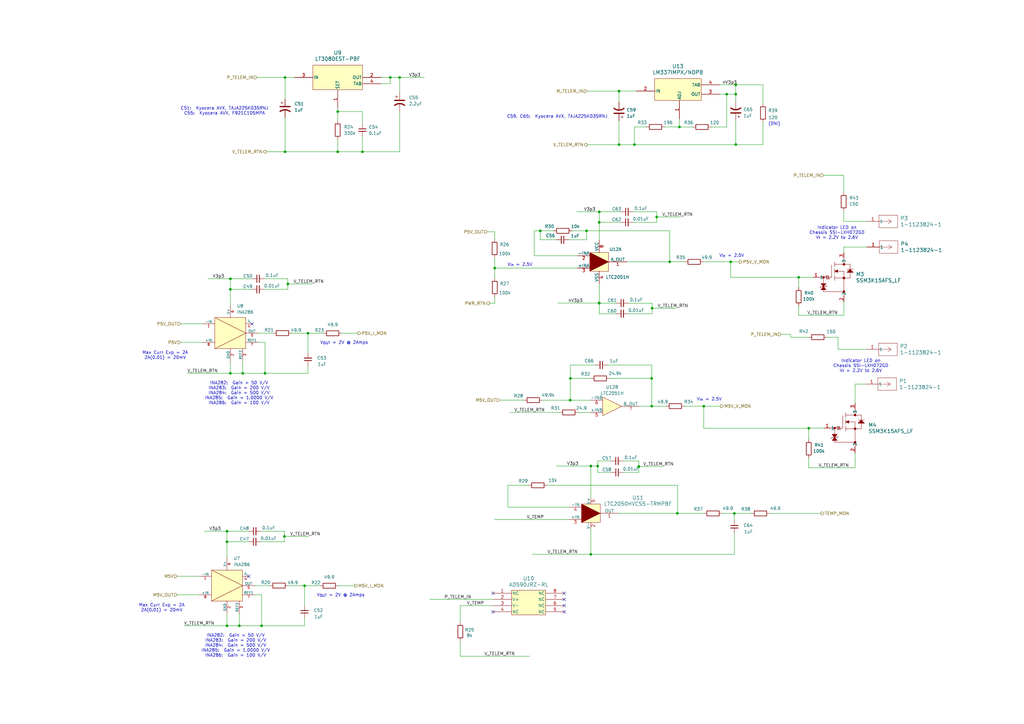
<source format=kicad_sch>
(kicad_sch (version 20250114) (generator "eeschema") (generator_version "9.0")
  (paper "A3")
  (lib_symbols
    (symbol "Analog_Dev:AD590JRZ-RL" (pin_names (offset 0.254))
      (property "Reference" "U" (at 14.986 5.588 0))
      (property "Value" "AD590JRZ" (at 14.986 3.048 0))
      (symbol "AD590JRZ-RL_0_1"
        (pin unspecified line (at 0 0 0) (length 7.62) (name "NC") (number "1"))
        (pin unspecified line (at 0 -2.54 0) (length 7.62) (name "V+") (number "2"))
        (pin unspecified line (at 0 -5.08 0) (length 7.62) (name "V-") (number "3"))
        (pin unspecified line (at 0 -7.62 0) (length 7.62) (name "NC") (number "4"))
        (pin unspecified line (at 29.21 0 180) (length 7.62) (name "NC") (number "8"))
        (pin unspecified line (at 29.21 -2.54 180) (length 7.62) (name "NC") (number "7"))
        (pin unspecified line (at 29.21 -5.08 180) (length 7.62) (name "NC") (number "6"))
        (pin unspecified line (at 29.21 -7.62 180) (length 7.62) (name "NC") (number "5"))
      )
    )
    (symbol "Analog_Dev:LT3080EST-PBF" (pin_names (offset 0.254))
      (property "Reference" "U" (at 10.16 16.51 0))
      (property "Value" "LT3080EST-PBF" (at 10.16 13.97 0))
      (symbol "LT3080EST-PBF_0_1"
        (pin power_in line (at -7.62 5.08 0) (length 7.62) (name "IN") (number "3"))
        (pin input line (at 10.16 -7.62 90) (length 7.62) (name "SET") (number "1"))
        (pin output line (at 27.94 5.08 180) (length 7.62) (name "OUT") (number "2"))
      )
      (symbol "LT3080EST-PBF_1_1"
        (pin output line (at 27.94 2.54 180) (length 7.62) (name "TAB") (number "4"))
      )
    )
    (symbol "Analog_Dev:LTC2050HVCS5-TRMPBF" (pin_names (offset 0))
      (property "Reference" "U" (at 7.366 -2.54 0))
      (property "Value" "LTC2050HVCS5-TRMPBF" (at 20.32 -5.334 0))
      (symbol "LTC2050HVCS5-TRMPBF_1_1"
        (pin input line (at -5.08 6.35 0) (length 5.08) (name "-IN") (number "4"))
        (pin input line (at -5.08 1.27 0) (length 5.08) (name "+IN") (number "3"))
        (pin power_in line (at 3.81 10.16 270) (length 2.54) (name "V+") (number "5"))
        (pin power_in line (at 3.81 -2.54 90) (length 2.54) (name "V-") (number "2"))
        (pin output line (at 15.24 3.81 180) (length 7.62) (name "OUT") (number "1"))
      )
    )
    (symbol "Analog_Dev:LTC2051HVIMS8_PBF" (pin_names (offset 0))
      (property "Reference" "U" (at 7.112 -2.032 0))
      (property "Value" "LTC2051HVCS8#TRPBF" (at 13.97 10.16 0))
      (symbol "LTC2051HVIMS8_PBF_1_1"
        (pin input line (at -5.08 6.35 0) (length 5.08) (name "-INA") (number "2"))
        (pin input line (at -5.08 1.27 0) (length 5.08) (name "+INA") (number "3"))
        (pin power_in line (at 3.81 12.7 270) (length 5.08) (name "VCC") (number "8"))
        (pin power_in line (at 3.81 -5.08 90) (length 5.08) (name "VSS") (number "4"))
        (pin output line (at 15.24 3.81 180) (length 7.62) (name "A_OUT") (number "1"))
      )
      (symbol "LTC2051HVIMS8_PBF_2_1"
        (pin input line (at -5.08 6.35 0) (length 5.08) (name "-INB") (number "6"))
        (pin input line (at -5.08 1.27 0) (length 5.08) (name "+INB") (number "5"))
        (pin output line (at 15.24 3.81 180) (length 7.62) (name "B_OUT") (number "7"))
      )
    )
    (symbol "Device:C_Polarized_US" (pin_numbers (hide yes)) (pin_names (offset 0.254) (hide yes))
      (property "Reference" "C" (at 0.635 2.54 0))
      (property "Value" "C_Polarized_US" (at 0.635 -2.54 0))
      (symbol "C_Polarized_US_1_1"
        (pin passive line (at 0 3.81 270) (length 2.794) (name "~") (number "1"))
        (pin passive line (at 0 -3.81 90) (length 3.302) (name "~") (number "2"))
      )
    )
    (symbol "Device:C_Small" (pin_numbers (hide yes)) (pin_names (offset 0.254) (hide yes))
      (property "Reference" "C" (at 0.254 1.778 0))
      (property "Value" "C_Small" (at 0.254 -2.032 0))
      (symbol "C_Small_1_1"
        (pin passive line (at 0 2.54 270) (length 2.032) (name "~") (number "1"))
        (pin passive line (at 0 -2.54 90) (length 2.032) (name "~") (number "2"))
      )
    )
    (symbol "Device:R" (pin_numbers (hide yes)) (pin_names (offset 0))
      (property "Reference" "R" (at 2.032 0 90))
      (property "Value" "R" (at 0 0 90))
      (symbol "R_1_1"
        (pin passive line (at 0 3.81 270) (length 1.27) (name "~") (number "1"))
        (pin passive line (at 0 -3.81 90) (length 1.27) (name "~") (number "2"))
      )
    )
    (symbol "TE_Connectivity:1-1123824-1" (pin_names (offset 0.254))
      (property "Reference" "P" (at 8.89 6.35 0))
      (property "Value" "1-1123824-1" (at 0 0 0))
      (symbol "1-1123824-1_0_1"
        (pin unspecified line (at 0 0 0) (length 5.08) (name "1") (number "1"))
      )
    )
    (symbol "Texas Instruments:INA28x" (pin_names (offset 0))
      (property "Reference" "U" (at -2.032 -3.556 0))
      (property "Value" "INA28x" (at -6.096 14.478 0))
      (symbol "INA28x_0_0"
        (pin input line (at -5.08 10.16 0) (length 5.08) (name "-IN") (number "1"))
        (pin input line (at -5.08 2.54 0) (length 5.08) (name "+IN") (number "8"))
        (pin power_in line (at 6.35 17.78 270) (length 5.08) (name "V+") (number "6"))
        (pin power_in line (at 6.35 -5.08 90) (length 5.08) (name "GND") (number "2"))
        (pin input line (at 11.43 -5.08 90) (length 5.08) (name "REF2") (number "3"))
        (pin output line (at 17.78 6.35 180) (length 5.08) (name "OUT") (number "5"))
        (pin input line (at 17.78 2.54 180) (length 5.08) (name "REF1") (number "7"))
      )
      (symbol "INA28x_1_1"
        (pin passive line (at 15.24 10.16 180) (length 2.54) (name "4") (number "4"))
      )
    )
    (symbol "Texas Instruments:LM337IMPX_NOPB" (pin_names (offset 0.254))
      (property "Reference" "U" (at 16.51 13.97 0))
      (property "Value" "LM337IMPX/NOPB" (at 16.51 11.43 0))
      (symbol "LM337IMPX_NOPB_0_1"
        (pin power_in line (at 0 3.81 0) (length 7.62) (name "IN") (number "2"))
        (pin input line (at 17.78 -7.62 90) (length 7.62) (name "ADJ") (number "1"))
        (pin power_in line (at 34.29 6.35 180) (length 7.62) (name "TAB") (number "4"))
        (pin power_in line (at 34.29 2.54 180) (length 7.62) (name "OUT") (number "3"))
      )
    )
    (symbol "Toshiba_Semiconductor:SSM3K15AFS_LF" (pin_names (offset 0.254))
      (property "Reference" "MOSFET" (at 0 0 0))
      (property "Value" "SSM3K15AFS_LF" (at 0 0 0))
      (symbol "SSM3K15AFS_LF_0_1"
        (pin unspecified line (at -2.54 -7.62 0) (length 2.54) (name "1") (number "1"))
        (pin unspecified line (at 10.16 2.54 270) (length 2.54) (name "3") (number "3"))
        (pin unspecified line (at 10.16 -17.78 90) (length 2.54) (name "2") (number "2"))
      )
    )
  )
  (text "C51:  Kyocera AVX, TAJA225K035RNJ\nC55:  Kyocera AVX, F921C105MPA" (at 92.0928 45.5644 0) (effects (font (size 1.27 1.27))))
  (text "V_{in} = 2.5V" (at 213.2383 108.6339 0) (effects (font (size 1.27 1.27))))
  (text "Indicator LED on\nChassis SSI-LXH072GD\nV_{f} = 2.2V to 2.6V" (at 353.0608 150.1387 0) (effects (font (size 1.27 1.27))))
  (text "(DNI)" (at 317.5995 50.8684 0) (effects (font (size 1.27 1.27))))
  (text "V_{OUT} = 2V @ 2Amps" (at 141.1562 140.6331 0) (effects (font (size 1.27 1.27))))
  (text "V_{in} = 2.5V" (at 290.9069 163.8634 0) (effects (font (size 1.27 1.27))))
  (text "Indicator LED on\nChassis SSI-LXH072GD\nV_{f} = 2.2V to 2.6V" (at 343.2809 95.5135 0) (effects (font (size 1.27 1.27))))
  (text "V_{OUT} = 2V @ 2Amps" (at 139.7568 244.1742 0) (effects (font (size 1.27 1.27))))
  (text "INA282:  Gain = 50 V/V\nINA283:  Gain = 200 V/V\nINA284:  Gain = 500 V/V\nINA285:  Gain = 1,0000 V/V\nINA286:  Gain = 100 V/V" (at 96.6685 264.8285 0) (effects (font (size 1.27 1.27))))
  (text "INA282:  Gain = 50 V/V\nINA283:  Gain = 200 V/V\nINA284:  Gain = 500 V/V\nINA285:  Gain = 1,0000 V/V\nINA286:  Gain = 100 V/V" (at 98.0679 161.2874 0) (effects (font (size 1.27 1.27))))
  (text "C59, C65:  Kyocera AVX, TAJA225K035RNJ" (at 228.5442 47.8918 0) (effects (font (size 1.27 1.27))))
  (text "V_{in} = 2.5V" (at 300.0983 104.9327 0) (effects (font (size 1.27 1.27))))
  (text "Max Curr Exp = 2A\n2A(0.01) = 20mV" (at 67.7425 145.7742 0) (effects (font (size 1.27 1.27))))
  (text "Max Curr Exp = 2A\n2A(0.01) = 20mV" (at 66.3431 249.3153 0) (effects (font (size 1.27 1.27))))
  (junction (at 116.9144 31.7724))
  (junction (at 98.1668 256.6788))
  (junction (at 242.3383 227.3593))
  (junction (at 93.0868 256.6699))
  (junction (at 202.9097 109.9452))
  (junction (at 93.0868 222.2129))
  (junction (at 253.8839 59.311))
  (junction (at 107.2923 256.6788))
  (junction (at 245.7597 91.2076))
  (junction (at 245.7742 124.3309))
  (junction (at 331.7089 175.6327))
  (junction (at 148.6644 62.2524))
  (junction (at 327.5584 113.7595))
  (junction (at 163.9044 31.7724))
  (junction (at 233.9553 155.1983))
  (junction (at 260.2023 59.311))
  (junction (at 138.5044 45.7424))
  (junction (at 240.574 94.6773))
  (junction (at 298.0388 38.6123))
  (junction (at 262.0068 191.3439))
  (junction (at 301.1976 210.5796))
  (junction (at 93.1217 217.8866))
  (junction (at 94.4862 118.6718))
  (junction (at 301.7718 38.6123))
  (junction (at 299.6624 107.3935))
  (junction (at 245.1631 191.153))
  (junction (at 267.4528 126.446))
  (junction (at 94.5211 114.3455))
  (junction (at 245.7946 86.8813))
  (junction (at 277.8248 210.5311))
  (junction (at 288.655 166.5807))
  (junction (at 278.6745 52.0666))
  (junction (at 160.0944 31.7724))
  (junction (at 267.286 166.5807))
  (junction (at 116.6582 220.0017))
  (junction (at 116.9238 62.2524))
  (junction (at 253.8839 37.3623))
  (junction (at 118.0576 116.4606))
  (junction (at 301.7718 59.2811))
  (junction (at 138.5044 62.2524))
  (junction (at 245.7742 124.291))
  (junction (at 126.3021 136.6939))
  (junction (at 301.7718 34.8023))
  (junction (at 124.9027 240.235))
  (junction (at 242.3383 191.153))
  (junction (at 274.6923 107.3935))
  (junction (at 108.6917 153.1377))
  (junction (at 221.5915 94.6773))
  (junction (at 233.8747 164.1144))
  (junction (at 261.9944 191.3439))
  (junction (at 269.3311 88.9964))
  (junction (at 94.4862 153.1288))
  (junction (at 99.5662 153.1377))
  (junction (at 267.286 155.1983))
  (no_connect (at 231.4294 243.3151))
  (no_connect (at 231.4294 250.9351))
  (no_connect (at 202.2194 243.3151))
  (no_connect (at 101.9768 236.3609))
  (no_connect (at 202.2194 250.9351))
  (no_connect (at 103.3762 132.8198))
  (no_connect (at 231.4294 248.3951))
  (no_connect (at 231.4294 245.8551))
  (wire (pts (xy 236.531 86.8473) (xy 245.7946 86.8473)))
  (wire (pts (xy 233.9553 149.7048) (xy 233.9553 155.1983)))
  (wire (pts (xy 261.9944 193.7775) (xy 261.9944 191.3439)))
  (wire (pts (xy 138.8494 240.235) (xy 145.3952 240.235)))
  (wire (pts (xy 278.6745 52.0666) (xy 278.6745 52.0907)))
  (wire (pts (xy 118.2476 240.1711) (xy 118.2476 240.235)))
  (wire (pts (xy 242.3383 191.153) (xy 242.3383 204.1811)))
  (wire (pts (xy 104.5168 243.9809) (xy 107.2923 243.9809)))
  (wire (pts (xy 262.0068 191.3439) (xy 262.0068 191.3723)))
  (wire (pts (xy 229.5035 169.1616) (xy 209.1358 169.1616)))
  (wire (pts (xy 280.8046 166.5807) (xy 288.655 166.5807)))
  (wire (pts (xy 350.7032 191.892) (xy 350.7032 185.7333)))
  (wire (pts (xy 261.9944 191.3439) (xy 262.0068 191.3439)))
  (wire (pts (xy 103.3174 114.3455) (xy 94.5211 114.3455)))
  (wire (pts (xy 277.8248 210.5311) (xy 253.7683 210.5311)))
  (wire (pts (xy 261.9944 189.0678) (xy 255.5864 189.0678)))
  (wire (pts (xy 299.6624 107.3935) (xy 303.2078 107.3935)))
  (wire (pts (xy 105.4844 31.7724) (xy 116.9144 31.7724)))
  (wire (pts (xy 138.5044 44.4724) (xy 138.5044 45.7424)))
  (wire (pts (xy 298.0388 38.6123) (xy 301.7718 38.6123)))
  (wire (pts (xy 99.5662 153.1377) (xy 99.5662 148.0598)))
  (wire (pts (xy 93.1217 217.8866) (xy 93.0868 217.8866)))
  (wire (pts (xy 312.9258 59.2811) (xy 301.7718 59.2811)))
  (wire (pts (xy 312.9258 50.1485) (xy 312.9258 59.2811)))
  (wire (pts (xy 124.9027 253.4558) (xy 124.9027 256.6788)))
  (wire (pts (xy 126.3021 144.8347) (xy 126.3021 136.6939)))
  (wire (pts (xy 288.6352 210.5796) (xy 277.8248 210.5796)))
  (wire (pts (xy 242.3383 191.153) (xy 245.1631 191.153)))
  (wire (pts (xy 252.7126 124.3309) (xy 245.7742 124.3309)))
  (wire (pts (xy 81.6568 243.9809) (xy 72.7134 243.9809)))
  (wire (pts (xy 245.7597 91.2076) (xy 245.7597 97.7356)))
  (wire (pts (xy 253.8839 37.3623) (xy 253.8839 41.8992)))
  (wire (pts (xy 301.7718 38.6123) (xy 301.7718 41.7554)))
  (wire (pts (xy 324.2488 137.149) (xy 324.2488 138.3112)))
  (wire (pts (xy 267.286 166.5807) (xy 267.286 166.6595)))
  (wire (pts (xy 279.2538 88.9964) (xy 269.3311 88.9964)))
  (wire (pts (xy 260.2023 52.0666) (xy 260.2023 59.311)))
  (wire (pts (xy 327.5584 113.7595) (xy 327.5584 117.8757)))
  (wire (pts (xy 255.6224 193.7775) (xy 261.9944 193.7775)))
  (wire (pts (xy 327.5584 125.4957) (xy 327.5584 129.3125)))
  (wire (pts (xy 233.4483 213.0711) (xy 202.6793 213.0711)))
  (wire (pts (xy 127.9803 116.4606) (xy 118.0576 116.4606)))
  (wire (pts (xy 222.537 164.1144) (xy 233.8747 164.1144)))
  (wire (pts (xy 202.2194 245.8551) (xy 176.2951 245.8551)))
  (wire (pts (xy 85.2575 114.3115) (xy 94.5211 114.3115)))
  (wire (pts (xy 224.4234 199.039) (xy 277.8847 199.039)))
  (wire (pts (xy 269.3311 91.2076) (xy 259.653 91.2076)))
  (wire (pts (xy 116.6582 217.8866) (xy 116.6582 220.0017)))
  (wire (pts (xy 109.1582 62.2332) (xy 116.9238 62.2332)))
  (wire (pts (xy 116.6582 220.0017) (xy 116.6582 222.2129)))
  (wire (pts (xy 138.5044 45.7424) (xy 138.5044 49.5524)))
  (wire (pts (xy 228.1832 98.3624) (xy 221.5915 98.3624)))
  (wire (pts (xy 312.9258 42.5285) (xy 312.9258 34.8023)))
  (wire (pts (xy 94.5211 114.3115) (xy 94.5211 114.3455)))
  (wire (pts (xy 104.5168 240.1711) (xy 104.5168 240.1709)))
  (wire (pts (xy 110.6276 240.1711) (xy 104.5168 240.1711)))
  (wire (pts (xy 288.5026 107.3935) (xy 299.6624 107.3935)))
  (wire (pts (xy 278.6745 48.7723) (xy 278.6745 52.0666)))
  (wire (pts (xy 295.1845 38.6123) (xy 298.0388 38.6123)))
  (wire (pts (xy 124.9027 248.3758) (xy 124.9027 240.235)))
  (wire (pts (xy 233.2632 98.3624) (xy 240.574 98.3624)))
  (wire (pts (xy 262.0068 191.3439) (xy 271.8212 191.3439)))
  (wire (pts (xy 288.655 166.5807) (xy 295.5098 166.5807)))
  (wire (pts (xy 346.1289 129.3125) (xy 346.1289 123.9195)))
  (wire (pts (xy 315.7213 210.5922) (xy 336.736 210.5922)))
  (wire (pts (xy 227.0211 94.6773) (xy 221.5915 94.6773)))
  (wire (pts (xy 138.5044 62.2524) (xy 138.5044 57.1724)))
  (wire (pts (xy 242.1724 164.1144) (xy 242.1724 164.1195)))
  (wire (pts (xy 116.9238 62.2524) (xy 138.5044 62.2524)))
  (wire (pts (xy 93.1217 217.8526) (xy 93.1217 217.8866)))
  (wire (pts (xy 253.8839 37.3423) (xy 253.8839 37.3623)))
  (wire (pts (xy 278.6745 52.0907) (xy 284.1024 52.0907)))
  (wire (pts (xy 272.6648 52.0666) (xy 278.6745 52.0666)))
  (wire (pts (xy 202.9367 121.7435) (xy 202.9367 124.3952)))
  (wire (pts (xy 103.2995 118.6718) (xy 94.4862 118.6718)))
  (wire (pts (xy 188.7973 269.162) (xy 217.3014 269.162)))
  (wire (pts (xy 188.7973 255.2442) (xy 188.7973 248.3951)))
  (wire (pts (xy 107.2923 256.6788) (xy 98.1668 256.6788)))
  (wire (pts (xy 267.4528 126.446) (xy 267.4528 128.6572)))
  (wire (pts (xy 205.019 164.1001) (xy 214.917 164.1001)))
  (wire (pts (xy 148.6644 62.2524) (xy 163.9044 62.2524)))
  (wire (pts (xy 108.6917 140.4398) (xy 108.6917 153.1377)))
  (wire (pts (xy 214.917 164.1001) (xy 214.917 164.1144)))
  (wire (pts (xy 126.5809 220.0017) (xy 116.6582 220.0017)))
  (wire (pts (xy 301.7718 34.8023) (xy 301.7718 38.6123)))
  (wire (pts (xy 250.5064 189.0678) (xy 245.1631 189.0678)))
  (wire (pts (xy 261.9944 191.3439) (xy 261.9944 189.0678)))
  (wire (pts (xy 288.655 175.6327) (xy 288.655 166.5807)))
  (wire (pts (xy 277.3755 126.446) (xy 267.4528 126.446)))
  (wire (pts (xy 298.0388 52.0907) (xy 298.0388 38.6123)))
  (wire (pts (xy 327.5584 113.7595) (xy 333.4289 113.7595)))
  (wire (pts (xy 259.6709 86.8813) (xy 269.3311 86.8813)))
  (wire (pts (xy 253.8839 59.311) (xy 260.2023 59.311)))
  (wire (pts (xy 331.7089 175.6327) (xy 288.655 175.6327)))
  (wire (pts (xy 160.0944 34.3124) (xy 160.0944 31.7724)))
  (wire (pts (xy 118.0576 116.4606) (xy 118.0576 118.6718)))
  (wire (pts (xy 343.703 138.3112) (xy 343.703 143.3008)))
  (wire (pts (xy 267.4528 128.6572) (xy 257.7747 128.6572)))
  (wire (pts (xy 254.5909 86.8813) (xy 245.7946 86.8813)))
  (wire (pts (xy 116.9238 62.2332) (xy 116.9238 62.2524)))
  (wire (pts (xy 291.7224 52.0907) (xy 298.0388 52.0907)))
  (wire (pts (xy 105.9162 136.63) (xy 105.9162 136.6298)))
  (wire (pts (xy 116.6582 222.2129) (xy 106.9801 222.2129)))
  (wire (pts (xy 94.4862 118.6718) (xy 94.4862 125.1998)))
  (wire (pts (xy 124.9027 240.235) (xy 131.2294 240.235)))
  (wire (pts (xy 228.834 124.291) (xy 245.7742 124.291)))
  (wire (pts (xy 163.9044 31.7724) (xy 174.0644 31.7724)))
  (wire (pts (xy 274.6923 107.3935) (xy 274.6923 107.4052)))
  (wire (pts (xy 93.0868 251.6009) (xy 93.0868 256.6699)))
  (wire (pts (xy 346.0263 71.9124) (xy 346.0263 78.8901)))
  (wire (pts (xy 350.7032 157.5344) (xy 350.7032 165.4133)))
  (wire (pts (xy 101.918 217.8866) (xy 93.1217 217.8866)))
  (wire (pts (xy 331.7089 187.8702) (xy 331.7089 191.892)))
  (wire (pts (xy 301.7718 59.311) (xy 301.7718 59.2811)))
  (wire (pts (xy 269.3311 86.8813) (xy 269.3311 88.9964)))
  (wire (pts (xy 301.7718 59.2811) (xy 301.7718 49.3754)))
  (wire (pts (xy 267.286 166.6595) (xy 262.4924 166.6595)))
  (wire (pts (xy 101.9001 222.2129) (xy 93.0868 222.2129)))
  (wire (pts (xy 242.3383 216.8811) (xy 242.3383 227.3593)))
  (wire (pts (xy 163.9044 31.7724) (xy 160.0944 31.7724)))
  (wire (pts (xy 105.9162 140.4398) (xy 108.6917 140.4398)))
  (wire (pts (xy 242.3383 227.3593) (xy 301.1976 227.3593)))
  (wire (pts (xy 218.2083 227.3593) (xy 242.3383 227.3593)))
  (wire (pts (xy 94.4862 153.1288) (xy 94.4862 153.1377)))
  (wire (pts (xy 221.5915 98.3624) (xy 221.5915 94.6773)))
  (wire (pts (xy 254.573 91.2076) (xy 245.7597 91.2076)))
  (wire (pts (xy 242.3842 155.1983) (xy 233.9553 155.1983)))
  (wire (pts (xy 354.9954 157.5344) (xy 350.7032 157.5344)))
  (wire (pts (xy 208.3179 199.039) (xy 216.8034 199.039)))
  (wire (pts (xy 140.2488 136.6939) (xy 146.7946 136.6939)))
  (wire (pts (xy 242.3383 191.153) (xy 228.2596 191.153)))
  (wire (pts (xy 202.9367 124.3952) (xy 200.7354 124.3952)))
  (wire (pts (xy 250.0042 155.1983) (xy 267.286 155.1983)))
  (wire (pts (xy 312.9258 34.8023) (xy 301.7718 34.8023)))
  (wire (pts (xy 116.9144 62.2524) (xy 116.9238 62.2524)))
  (wire (pts (xy 240.574 98.3624) (xy 240.574 94.6773)))
  (wire (pts (xy 202.8648 109.9452) (xy 202.9097 109.9452)))
  (wire (pts (xy 116.9144 40.6624) (xy 116.9144 31.7724)))
  (wire (pts (xy 188.7973 248.3951) (xy 202.2194 248.3951)))
  (wire (pts (xy 331.7089 175.6327) (xy 331.7089 180.2502)))
  (wire (pts (xy 148.6644 50.8224) (xy 148.6644 45.7424)))
  (wire (pts (xy 81.6568 236.3609) (xy 72.7134 236.3609)))
  (wire (pts (xy 160.0944 31.7724) (xy 156.2844 31.7724)))
  (wire (pts (xy 188.7973 262.8642) (xy 188.7973 269.162)))
  (wire (pts (xy 75.4291 256.6699) (xy 93.0868 256.6699)))
  (wire (pts (xy 240.8394 37.3623) (xy 253.8839 37.3623)))
  (wire (pts (xy 202.8648 95.089) (xy 202.8648 98.089)))
  (wire (pts (xy 202.9097 114.1235) (xy 202.9367 114.1235)))
  (wire (pts (xy 245.1631 191.153) (xy 245.1631 193.7775)))
  (wire (pts (xy 98.1668 256.6788) (xy 98.1668 251.6009)))
  (wire (pts (xy 245.7742 116.2952) (xy 245.7742 124.291)))
  (wire (pts (xy 273.1846 166.5807) (xy 267.286 166.5807)))
  (wire (pts (xy 106.998 217.8866) (xy 116.6582 217.8866)))
  (wire (pts (xy 301.1976 213.5169) (xy 301.1976 210.5796)))
  (wire (pts (xy 240.574 94.6773) (xy 274.6923 94.6773)))
  (wire (pts (xy 83.8581 217.8526) (xy 93.1217 217.8526)))
  (wire (pts (xy 327.5584 129.3125) (xy 346.1289 129.3125)))
  (wire (pts (xy 257.7926 124.3309) (xy 267.4528 124.3309)))
  (wire (pts (xy 118.0576 118.6718) (xy 108.3795 118.6718)))
  (wire (pts (xy 112.027 136.63) (xy 105.9162 136.63)))
  (wire (pts (xy 163.9044 45.7424) (xy 163.9044 62.2524)))
  (wire (pts (xy 324.2488 138.3112) (xy 331.6125 138.3112)))
  (wire (pts (xy 118.2476 240.235) (xy 124.9027 240.235)))
  (wire (pts (xy 299.6624 113.7595) (xy 327.5584 113.7595)))
  (wire (pts (xy 148.6644 45.7424) (xy 138.5044 45.7424)))
  (wire (pts (xy 126.3021 153.1377) (xy 108.6917 153.1377)))
  (wire (pts (xy 280.8826 107.3935) (xy 274.6923 107.3935)))
  (wire (pts (xy 277.8847 199.039) (xy 277.8847 210.5311)))
  (wire (pts (xy 253.8839 49.5192) (xy 253.8839 59.311)))
  (wire (pts (xy 274.6923 107.4052) (xy 257.2042 107.4052)))
  (wire (pts (xy 94.4862 114.3455) (xy 94.4862 118.6718)))
  (wire (pts (xy 119.647 136.63) (xy 119.647 136.6939)))
  (wire (pts (xy 219.1108 94.6773) (xy 219.1108 104.8652)))
  (wire (pts (xy 346.1289 101.3244) (xy 355.5805 101.3244)))
  (wire (pts (xy 343.703 143.3008) (xy 355.2801 143.3008)))
  (wire (pts (xy 93.0868 256.6699) (xy 93.0868 256.6788)))
  (wire (pts (xy 274.6923 94.6773) (xy 274.6923 107.3935)))
  (wire (pts (xy 93.0868 217.8866) (xy 93.0868 222.2129)))
  (wire (pts (xy 221.5915 94.6773) (xy 219.1108 94.6773)))
  (wire (pts (xy 233.9553 155.1983) (xy 233.8747 155.1983)))
  (wire (pts (xy 296.2552 210.5796) (xy 301.1976 210.5796)))
  (wire (pts (xy 199.987 95.089) (xy 202.8648 95.089)))
  (wire (pts (xy 116.9144 48.2824) (xy 116.9144 62.2524)))
  (wire (pts (xy 108.3974 114.3455) (xy 118.0576 114.3455)))
  (wire (pts (xy 320.4233 137.149) (xy 324.2488 137.149)))
  (wire (pts (xy 301.1976 227.3593) (xy 301.1976 218.5969)))
  (wire (pts (xy 245.1631 189.0678) (xy 245.1631 191.153)))
  (wire (pts (xy 116.9144 31.7724) (xy 120.7244 31.7724)))
  (wire (pts (xy 233.4483 207.9911) (xy 208.3179 207.9911)))
  (wire (pts (xy 93.0868 222.2129) (xy 93.0868 228.7409)))
  (wire (pts (xy 339.2325 138.3112) (xy 343.703 138.3112)))
  (wire (pts (xy 126.3021 136.6939) (xy 132.6288 136.6939)))
  (wire (pts (xy 124.9027 256.6788) (xy 107.2923 256.6788)))
  (wire (pts (xy 93.0868 256.6788) (xy 98.1668 256.6788)))
  (wire (pts (xy 331.7089 191.892) (xy 350.7032 191.892)))
  (wire (pts (xy 267.286 155.1983) (xy 267.286 166.5807)))
  (wire (pts (xy 237.1235 169.1995) (xy 237.1235 169.1616)))
  (wire (pts (xy 242.1724 169.1995) (xy 237.1235 169.1995)))
  (wire (pts (xy 163.9044 38.1224) (xy 163.9044 31.7724)))
  (wire (pts (xy 245.7742 124.291) (xy 245.7742 124.3309)))
  (wire (pts (xy 219.1108 104.8652) (xy 236.8842 104.8652)))
  (wire (pts (xy 245.7742 98.5152) (xy 245.7742 97.7356)))
  (wire (pts (xy 107.2923 243.9809) (xy 107.2923 256.6788)))
  (wire (pts (xy 83.0562 140.4398) (xy 74.1128 140.4398)))
  (wire (pts (xy 250.5424 193.7775) (xy 245.1631 193.7775)))
  (wire (pts (xy 126.3021 149.9147) (xy 126.3021 153.1377)))
  (wire (pts (xy 308.1013 210.5796) (xy 308.1013 210.5922)))
  (wire (pts (xy 148.6644 62.2524) (xy 138.5044 62.2524)))
  (wire (pts (xy 253.8839 37.3423) (xy 260.8945 37.3423)))
  (wire (pts (xy 299.6624 113.7595) (xy 299.6624 107.3935)))
  (wire (pts (xy 346.0263 90.8165) (xy 355.4353 90.8165)))
  (wire (pts (xy 94.4862 148.0598) (xy 94.4862 153.1288)))
  (wire (pts (xy 245.7742 97.7356) (xy 245.7597 97.7356)))
  (wire (pts (xy 236.8842 109.9452) (xy 202.9097 109.9452)))
  (wire (pts (xy 267.286 149.7048) (xy 267.286 155.1983)))
  (wire (pts (xy 94.4862 153.1377) (xy 99.5662 153.1377)))
  (wire (pts (xy 245.7946 86.8473) (xy 245.7946 86.8813)))
  (wire (pts (xy 119.647 136.6939) (xy 126.3021 136.6939)))
  (wire (pts (xy 156.2844 34.3124) (xy 160.0944 34.3124)))
  (wire (pts (xy 346.0263 86.5101) (xy 346.0263 90.8165)))
  (wire (pts (xy 301.1976 210.5796) (xy 308.1013 210.5796)))
  (wire (pts (xy 244.0751 149.7048) (xy 233.9553 149.7048)))
  (wire (pts (xy 249.1551 149.7048) (xy 267.286 149.7048)))
  (wire (pts (xy 234.6411 94.6773) (xy 240.574 94.6773)))
  (wire (pts (xy 253.8839 59.3558) (xy 253.8839 59.311)))
  (wire (pts (xy 118.0576 114.3455) (xy 118.0576 116.4606)))
  (wire (pts (xy 202.9097 109.9452) (xy 202.9097 114.1235)))
  (wire (pts (xy 245.7742 124.3309) (xy 245.7742 128.6572)))
  (wire (pts (xy 252.6947 128.6572) (xy 245.7742 128.6572)))
  (wire (pts (xy 331.7089 175.5733) (xy 331.7089 175.6327)))
  (wire (pts (xy 260.2023 59.311) (xy 301.7718 59.311)))
  (wire (pts (xy 245.7946 86.8813) (xy 245.7597 86.8813)))
  (wire (pts (xy 277.8847 210.5311) (xy 277.8248 210.5311)))
  (wire (pts (xy 233.8747 164.1144) (xy 242.1724 164.1144)))
  (wire (pts (xy 83.0562 132.8198) (xy 74.1128 132.8198)))
  (wire (pts (xy 338.0032 175.5733) (xy 331.7089 175.5733)))
  (wire (pts (xy 346.1289 103.5995) (xy 346.1289 101.3244)))
  (wire (pts (xy 94.5211 114.3455) (xy 94.4862 114.3455)))
  (wire (pts (xy 269.3311 88.9964) (xy 269.3311 91.2076)))
  (wire (pts (xy 233.8747 155.1983) (xy 233.8747 164.1144)))
  (wire (pts (xy 265.0448 52.0666) (xy 260.2023 52.0666)))
  (wire (pts (xy 245.7597 86.8813) (xy 245.7597 91.2076)))
  (wire (pts (xy 108.6917 153.1377) (xy 99.5662 153.1377)))
  (wire (pts (xy 148.6644 55.9024) (xy 148.6644 62.2524)))
  (wire (pts (xy 202.8648 105.709) (xy 202.8648 109.9452)))
  (wire (pts (xy 337.9166 71.9124) (xy 346.0263 71.9124)))
  (wire (pts (xy 240.7854 59.3558) (xy 253.8839 59.3558)))
  (wire (pts (xy 277.8248 210.5796) (xy 277.8248 210.5311)))
  (wire (pts (xy 208.3179 207.9911) (xy 208.3179 199.039)))
  (wire (pts (xy 267.4528 124.3309) (xy 267.4528 126.446)))
  (wire (pts (xy 76.8285 153.1288) (xy 94.4862 153.1288)))
  (wire (pts (xy 295.1845 34.8023) (xy 301.7718 34.8023)))
  (label "V_TELEM_RTN" (at 331.0741 129.3125 0))
  (label "V_TELEM_RTN" (at 269.6996 126.446 0))
  (label "V_TELEM_RTN" (at 76.8285 153.1288 0))
  (label "V_TELEM_RTN" (at 224.464 227.3593 0))
  (label "V3p3" (at 167.6667 31.7724 0))
  (label "V_TEMP" (at 215.9815 213.0711 0))
  (label "nV3p3" (at 296.2501 34.8023 0))
  (label "V_TELEM_RTN" (at 271.5779 88.9964 0))
  (label "V_TELEM_RTN" (at 75.4291 256.6699 0))
  (label "nV3p3" (at 233.021 124.291 0))
  (label "V_TELEM_RTN" (at 335.6501 191.892 0))
  (label "V3p3" (at 85.7716 217.8526 0))
  (label "V3p3" (at 232.4722 191.153 0))
  (label "V_TELEM_RTN" (at 198.6424 269.162 0))
  (label "P_TELEM_IN" (at 182.2271 245.8551 0))
  (label "V_TELEM_RTN" (at 118.905 220.0017 0))
  (label "V3p3" (at 87.171 114.3115 0))
  (label "V_TELEM_RTN" (at 120.3044 116.4606 0))
  (label "V_TEMP" (at 191.4161 248.3951 0))
  (label "V3p3" (at 239.4429 86.8473 0))
  (label "V_TELEM_RTN" (at 210.9015 169.1616 0))
  (label "V_TELEM_RTN" (at 263.7659 191.3439 0))
  (hierarchical_label "P5V_OUT" (shape input) (at 199.987 95.089 180))
  (hierarchical_label "M5V" (shape input) (at 72.7134 236.3609 180))
  (hierarchical_label "P_TELEM_IN" (shape input) (at 320.4233 137.149 180))
  (hierarchical_label "M5V_I_MON" (shape output) (at 145.3952 240.235 0))
  (hierarchical_label "P5V_I_MON" (shape output) (at 146.7946 136.6939 0))
  (hierarchical_label "M_TELEM_IN" (shape input) (at 240.8394 37.3623 180))
  (hierarchical_label "M5V_OUT" (shape input) (at 72.7134 243.9809 180))
  (hierarchical_label "V_TELEM_RTN" (shape output) (at 109.1582 62.2332 180))
  (hierarchical_label "P_TELEM_IN" (shape input) (at 105.4844 31.7724 180))
  (hierarchical_label "TEMP_MON" (shape output) (at 336.736 210.5922 0))
  (hierarchical_label "P5V" (shape input) (at 74.1128 140.4398 180))
  (hierarchical_label "V_TELEM_RTN" (shape output) (at 240.7854 59.3558 180))
  (hierarchical_label "M5V_OUT" (shape input) (at 205.019 164.1001 180))
  (hierarchical_label "PWR_RTN" (shape output) (at 200.7354 124.3952 180))
  (hierarchical_label "P_TELEM_IN" (shape input) (at 337.9166 71.9124 180))
  (hierarchical_label "P5V_V_MON" (shape output) (at 303.2078 107.3935 0))
  (hierarchical_label "P5V_OUT" (shape input) (at 74.1128 132.8198 180))
  (hierarchical_label "M5V_V_MON" (shape output) (at 295.5098 166.5807 0))
  (symbol (lib_id "Device:C_Small") (at 257.113 91.2076 90) (unit 1)
    (property "Reference" "C62" (at 252.9126 90.0451 90))
    (property "Value" "0.01uF" (at 262.8353 89.8054 90))
    (property "Footprint" "Capacitor_SMD:C_0402_1005Metric" (effects (hide yes)))
    (property "Datasheet" "https://mm.digikey.com/Volume0/opasdata/d220001/medias/docus/609/CL05B103KB5NNN_Spec.pdf" (effects (hide yes)))
    (property "Description" "10000 pF ±10% 50V Ceramic Capacitor X7R 0402 (1005 Metric)" (effects (hide yes)))
    (property "Dist. Part Num" "1276-1028-1-ND" (effects (hide yes)))
    (property "Distributor" "Digi-Key" (effects (hide yes)))
    (property "Man. Part Num" "CL05B103KB5NNNC" (effects (hide yes)))
    (property "Manufacturer" "Samsung Electro-Mechanics" (effects (hide yes)))
    (property "Package" "0402 (1005 Metric)" (effects (hide yes)))
    (property "Part Type" "SMD" (effects (hide yes)))
  )
  (symbol (lib_id "Device:C_Polarized_US") (at 253.8839 45.7092 180) (unit 1)
    (property "Reference" "C59" (at 256.9711 45.0741 0) (effects (justify right)))
    (property "Value" "1uF" (at 256.9711 47.6141 0) (effects (justify right)))
    (property "Footprint" "Capacitor_Tantalum_SMD:CP_EIA-2012-12_Kemet-R" (effects (hide yes)))
    (property "Datasheet" "https://datasheets.kyocera-avx.com/TAC.pdf" (effects (hide yes)))
    (property "Description" "1 µF Molded Tantalum Capacitors 25 V 0805 (2012 Metric) 5Ohm" (effects (hide yes)))
    (property "Dist. Part Num" "478-3267-1-ND" (effects (hide yes)))
    (property "Distributor" "Digi-Key" (effects (hide yes)))
    (property "Man. Part Num" "TACR105M025XTA" (effects (hide yes)))
    (property "Manufacturer" "KYOCERA AVX" (effects (hide yes)))
    (property "Package" "0805 (2012 Metric)" (effects (hide yes)))
    (property "Part Type" "SMD" (effects (hide yes)))
  )
  (symbol (lib_id "Texas Instruments:INA28x") (at 86.7368 246.5209 0) (unit 1)
    (property "Reference" "U7" (at 95.7539 229.014 0) (effects (justify left)))
    (property "Value" "INA286" (at 95.7539 231.554 0) (effects (justify left)))
    (property "Footprint" "Texas_Instruments:INA28x_8SOIC" (effects (hide yes)))
    (property "Datasheet" "https://www.ti.com/general/docs/suppproductinfo.tsp?distId=10&gotoUrl=https%3A%2F%2Fwww.ti.com%2Flit%2Fgpn%2Fina282-q1" (effects (hide yes)))
    (property "Description" "IC CURRENT MONITOR 0.4% 8SOIC" (effects (hide yes)))
    (property "Package" "8-SOIC" (effects (hide yes)))
    (property "Manufacturer" "Texas Instruments" (effects (hide yes)))
    (property "Man. Part Num" "INA286AIDR" (effects (hide yes)))
    (property "Distributor" "Digi-Key" (effects (hide yes)))
    (property "Dist. Part Num" "296-43593-1-ND" (effects (hide yes)))
    (property "Part Type" "SMD" (effects (hide yes)))
  )
  (symbol (lib_id "Device:R") (at 246.1942 155.1983 270) (unit 1)
    (property "Reference" "R32" (at 240.1543 153.4247 90))
    (property "Value" "24.9k" (at 252.282 153.137 90))
    (property "Footprint" "Resistor_SMD:R_0402_1005Metric" (effects (hide yes)))
    (property "Datasheet" "https://www.vishay.com/docs/28758/tnpw_e3.pdf" (effects (hide yes)))
    (property "Description" "24.9 kOhms ±0.1% 0.13W Chip Resistor 0402 (1005 Metric) Anti-Sulfur, Automotive AEC-Q200, Moisture Resistant Thin Film" (effects (hide yes)))
    (property "Dist. Part Num" "TNP24.9KDACT-ND" (effects (hide yes)))
    (property "Distributor" "Digi-Key" (effects (hide yes)))
    (property "Man. Part Num" "TNPW040224K9BEED" (effects (hide yes)))
    (property "Manufacturer" "Vishay Dale" (effects (hide yes)))
    (property "Package" "0402 (1005 Metric)" (effects (hide yes)))
    (property "Part Type" "SMD" (effects (hide yes)))
  )
  (symbol (lib_id "TE_Connectivity:1-1123824-1") (at 355.2801 143.3008 0) (unit 1)
    (property "Reference" "P2" (at 369.0554 142.0307 0) (effects (font (size 1.524 1.524)) (justify left)))
    (property "Value" "1-1123824-1" (at 369.0554 144.5707 0) (effects (font (size 1.524 1.524)) (justify left)))
    (property "Footprint" "TE_Connectivity:conn1_1-1123824-1_TEC" (effects (hide yes)))
    (property "Datasheet" "https://www.te.com/commerce/DocumentDelivery/DDEController?Action=srchrtrv&DocNm=1123824&DocType=Customer+Drawing&DocLang=Japanese" (effects (hide yes)))
    (property "Description" "Connector Header Through Hole 1 position" (effects (hide yes)))
    (property "Manufacturer" "TE Connectivity AMP Connectors" (effects (hide yes)))
    (property "Man. Part Num" "1-1123824-1" (effects (hide yes)))
    (property "Distributor" "Digi-Key" (effects (hide yes)))
    (property "Dist. Part Num" "A30708-ND" (effects (hide yes)))
    (property "Part Type" "Through Hole" (effects (hide yes)))
    (property "Package" "-" (effects (hide yes)))
  )
  (symbol (lib_id "TE_Connectivity:1-1123824-1") (at 355.5805 101.3244 0) (unit 1)
    (property "Reference" "P4" (at 369.3558 100.0543 0) (effects (font (size 1.524 1.524)) (justify left)))
    (property "Value" "1-1123824-1" (at 369.3558 102.5943 0) (effects (font (size 1.524 1.524)) (justify left)))
    (property "Footprint" "TE_Connectivity:conn1_1-1123824-1_TEC" (effects (hide yes)))
    (property "Datasheet" "https://www.te.com/commerce/DocumentDelivery/DDEController?Action=srchrtrv&DocNm=1123824&DocType=Customer+Drawing&DocLang=Japanese" (effects (hide yes)))
    (property "Description" "Connector Header Through Hole 1 position" (effects (hide yes)))
    (property "Manufacturer" "TE Connectivity AMP Connectors" (effects (hide yes)))
    (property "Man. Part Num" "1-1123824-1" (effects (hide yes)))
    (property "Distributor" "Digi-Key" (effects (hide yes)))
    (property "Dist. Part Num" "A30708-ND" (effects (hide yes)))
    (property "Part Type" "Through Hole" (effects (hide yes)))
    (property "Package" "-" (effects (hide yes)))
  )
  (symbol (lib_id "Device:R") (at 202.9367 117.9335 180) (unit 1)
    (property "Reference" "R27" (at 206.9903 116.3427 0))
    (property "Value" "100k" (at 207.1341 120.0816 0))
    (property "Footprint" "Capacitor_SMD:C_0603_1608Metric" (effects (hide yes)))
    (property "Datasheet" "https://www.yageo.com/upload/media/product/products/datasheet/rchip/PYu-RC_Group_51_RoHS_L_12.pdf" (effects (hide yes)))
    (property "Description" "100 kOhms ±1% 0.1W, 1/10W Chip Resistor 0603 (1608 Metric) Moisture Resistant Thick Film" (effects (hide yes)))
    (property "Dist. Part Num" "311-100KHRCT-ND" (effects (hide yes)))
    (property "Distributor" "Digi-Key" (effects (hide yes)))
    (property "Man. Part Num" "RC0603FR-07100KL" (effects (hide yes)))
    (property "Manufacturer" "YAGEO" (effects (hide yes)))
    (property "Package" "0603 (1608 Metric)" (effects (hide yes)))
    (property "Part Type" "SMD" (effects (hide yes)))
  )
  (symbol (lib_id "Analog_Dev:LTC2050HVCS5-TRMPBF") (at 238.5283 214.3411 0) (unit 1)
    (property "Reference" "U11" (at 261.6633 204.1109 0) (effects (font (size 1.524 1.524))))
    (property "Value" "LTC2050HVCS5-TRMPBF" (at 261.6633 206.6509 0) (effects (font (size 1.524 1.524))))
    (property "Footprint" "Analog_Devices:S_5_ADI" (effects (hide yes)))
    (property "Datasheet" "https://www.analog.com/media/en/technical-documentation/data-sheets/LTC2050-2050HV.pdf" (effects (hide yes)))
    (property "Description" "IC OPAMP ZER-DRIFT 1CIR TSOT23-5" (effects (hide yes)))
    (property "Manufacturer" "Analog Devices Inc." (effects (hide yes)))
    (property "Man. Part Num" "LTC2050HVCS5#TRMPBF" (effects (hide yes)))
    (property "Distributor" "Digi-Key" (effects (hide yes)))
    (property "Dist. Part Num" "505-LTC2050HVCS5#TRMPBFCT-ND" (effects (hide yes)))
    (property "Part Type" "SMD" (effects (hide yes)))
    (property "Package" "TSOT23-5" (effects (hide yes)))
  )
  (symbol (lib_id "Device:C_Small") (at 105.8395 118.6718 90) (unit 1)
    (property "Reference" "C49" (at 101.6391 117.5093 90))
    (property "Value" "0.01uF" (at 111.5618 117.2696 90))
    (property "Footprint" "Capacitor_SMD:C_0402_1005Metric" (effects (hide yes)))
    (property "Datasheet" "https://mm.digikey.com/Volume0/opasdata/d220001/medias/docus/609/CL05B103KB5NNN_Spec.pdf" (effects (hide yes)))
    (property "Description" "10000 pF ±10% 50V Ceramic Capacitor X7R 0402 (1005 Metric)" (effects (hide yes)))
    (property "Dist. Part Num" "1276-1028-1-ND" (effects (hide yes)))
    (property "Distributor" "Digi-Key" (effects (hide yes)))
    (property "Man. Part Num" "CL05B103KB5NNNC" (effects (hide yes)))
    (property "Manufacturer" "Samsung Electro-Mechanics" (effects (hide yes)))
    (property "Package" "0402 (1005 Metric)" (effects (hide yes)))
    (property "Part Type" "SMD" (effects (hide yes)))
  )
  (symbol (lib_id "Device:C_Small") (at 246.6151 149.7048 270) (unit 1)
    (property "Reference" "C66" (at 241.6538 147.9791 90))
    (property "Value" "1uF" (at 251.7922 148.051 90))
    (property "Footprint" "Capacitor_SMD:C_0402_1005Metric" (effects (hide yes)))
    (property "Datasheet" "https://content.kemet.com/datasheets/KEM_C1006_X5R_SMD.pdf" (effects (hide yes)))
    (property "Description" "1 µF ±10% 16V Ceramic Capacitor X5R 0402 (1005 Metric)" (effects (hide yes)))
    (property "Dist. Part Num" "399-C0402C105K4PAC7411CT-ND" (effects (hide yes)))
    (property "Distributor" "Digi-Key" (effects (hide yes)))
    (property "Man. Part Num" "C0402C105K4PAC7411" (effects (hide yes)))
    (property "Manufacturer" "KEMET" (effects (hide yes)))
    (property "Package" "0402 (1005 Metric)" (effects (hide yes)))
    (property "Part Type" "SMD" (effects (hide yes)))
  )
  (symbol (lib_id "Device:R") (at 114.4376 240.1711 90) (unit 1)
    (property "Reference" "R20" (at 108.9836 238.9141 90))
    (property "Value" "49.9" (at 120.0532 238.9638 90))
    (property "Footprint" "Capacitor_SMD:C_0603_1608Metric" (effects (hide yes)))
    (property "Datasheet" "https://www.vishay.com/docs/28758/tnpw_e3.pdf" (effects (hide yes)))
    (property "Description" "49.9 Ohms ±0.1% 0.21W Chip Resistor 0603 (1608 Metric) Anti-Sulfur, Automotive AEC-Q200, Moisture Resistant Thin Film" (effects (hide yes)))
    (property "Dist. Part Num" "541-2031-1-ND" (effects (hide yes)))
    (property "Distributor" "Digi-Key" (effects (hide yes)))
    (property "Man. Part Num" "TNPW060349R9BEEA" (effects (hide yes)))
    (property "Manufacturer" "Vishay Dale" (effects (hide yes)))
    (property "Package" "0603 (1608 Metric)" (effects (hide yes)))
    (property "Part Type" "SMD" (effects (hide yes)))
  )
  (symbol (lib_id "Device:C_Polarized_US") (at 301.7718 45.5654 180) (unit 1)
    (property "Reference" "C65" (at 304.859 44.9303 0) (effects (justify right)))
    (property "Value" "1uF" (at 304.859 47.4703 0) (effects (justify right)))
    (property "Footprint" "Capacitor_Tantalum_SMD:CP_EIA-2012-12_Kemet-R" (effects (hide yes)))
    (property "Datasheet" "https://datasheets.kyocera-avx.com/TAC.pdf" (effects (hide yes)))
    (property "Description" "1 µF Molded Tantalum Capacitors 25 V 0805 (2012 Metric) 5Ohm" (effects (hide yes)))
    (property "Dist. Part Num" "478-3267-1-ND" (effects (hide yes)))
    (property "Distributor" "Digi-Key" (effects (hide yes)))
    (property "Man. Part Num" "TACR105M025XTA" (effects (hide yes)))
    (property "Manufacturer" "KYOCERA AVX" (effects (hide yes)))
    (property "Package" "0805 (2012 Metric)" (effects (hide yes)))
    (property "Part Type" "SMD" (effects (hide yes)))
  )
  (symbol (lib_id "TE_Connectivity:1-1123824-1") (at 355.4353 90.8165 0) (unit 1)
    (property "Reference" "P3" (at 369.2106 89.5464 0) (effects (font (size 1.524 1.524)) (justify left)))
    (property "Value" "1-1123824-1" (at 369.2106 92.0864 0) (effects (font (size 1.524 1.524)) (justify left)))
    (property "Footprint" "TE_Connectivity:conn1_1-1123824-1_TEC" (effects (hide yes)))
    (property "Datasheet" "https://www.te.com/commerce/DocumentDelivery/DDEController?Action=srchrtrv&DocNm=1123824&DocType=Customer+Drawing&DocLang=Japanese" (effects (hide yes)))
    (property "Description" "Connector Header Through Hole 1 position" (effects (hide yes)))
    (property "Manufacturer" "TE Connectivity AMP Connectors" (effects (hide yes)))
    (property "Man. Part Num" "1-1123824-1" (effects (hide yes)))
    (property "Distributor" "Digi-Key" (effects (hide yes)))
    (property "Dist. Part Num" "A30708-ND" (effects (hide yes)))
    (property "Part Type" "Through Hole" (effects (hide yes)))
    (property "Package" "-" (effects (hide yes)))
  )
  (symbol (lib_id "Device:R") (at 287.9124 52.0907 90) (unit 1)
    (property "Reference" "R36" (at 282.4477 50.2931 90))
    (property "Value" "120" (at 293.0895 50.2931 90))
    (property "Footprint" "Resistor_SMD:R_0603_1608Metric" (effects (hide yes)))
    (property "Datasheet" "https://industrial.panasonic.com/cdbs/www-data/pdf/RDM0000/AOA0000C307.pdf" (effects (hide yes)))
    (property "Description" "120 Ohms ±0.1% 0.1W, 1/10W Chip Resistor 0603 (1608 Metric) Automotive AEC-Q200 Thin Film" (effects (hide yes)))
    (property "Dist. Part Num" "P120DBCT-ND" (effects (hide yes)))
    (property "Distributor" "Digi-Key" (effects (hide yes)))
    (property "Man. Part Num" "ERA-3AEB121V" (effects (hide yes)))
    (property "Manufacturer" "Panasonic Electronic Components" (effects (hide yes)))
    (property "Package" "0603 (1608 Metric)" (effects (hide yes)))
    (property "Part Type" "SMD" (effects (hide yes)))
  )
  (symbol (lib_id "Device:R") (at 138.5044 53.3624 0) (unit 1)
    (property "Reference" "R24" (at 141.0444 52.0923 0) (effects (justify left)))
    (property "Value" "330k" (at 141.0444 54.6323 0) (effects (justify left)))
    (property "Footprint" "Resistor_SMD:R_0603_1608Metric" (effects (hide yes)))
    (property "Datasheet" "https://industrial.panasonic.com/cdbs/www-data/pdf/RDM0000/AOA0000C307.pdf" (effects (hide yes)))
    (property "Description" "330 kOhms ±0.1% 0.1W, 1/10W Chip Resistor 0603 (1608 Metric) Automotive AEC-Q200 Thin Film" (effects (hide yes)))
    (property "Dist. Part Num" "P330KDBCT-ND" (effects (hide yes)))
    (property "Distributor" "Digi-Key" (effects (hide yes)))
    (property "Man. Part Num" "ERA-3AEB334V" (effects (hide yes)))
    (property "Manufacturer" "Panasonic Electronic Components" (effects (hide yes)))
    (property "Package" "0603 (1608 Metric)" (effects (hide yes)))
    (property "Part Type" "SMD" (effects (hide yes)))
  )
  (symbol (lib_id "Device:R") (at 346.0263 82.7001 180) (unit 1)
    (property "Reference" "R43" (at 350.2577 81.1818 0))
    (property "Value" "150" (at 350.2015 83.656 0))
    (property "Footprint" "Resistor_SMD:R_0603_1608Metric" (effects (hide yes)))
    (property "Datasheet" "https://industrial.panasonic.com/cdbs/www-data/pdf/RDM0000/AOA0000C307.pdf" (effects (hide yes)))
    (property "Description" "150 Ohms ±0.1% 0.1W, 1/10W Chip Resistor 0603 (1608 Metric) Automotive AEC-Q200 Thin Film" (effects (hide yes)))
    (property "Dist. Part Num" "P150DBCT-ND" (effects (hide yes)))
    (property "Distributor" "Digi-Key" (effects (hide yes)))
    (property "Man. Part Num" "ERA-3AEB151V" (effects (hide yes)))
    (property "Manufacturer" "Panasonic Electronic Components" (effects (hide yes)))
    (property "Package" "0603 (1608 Metric)" (effects (hide yes)))
    (property "Part Type" "SMD" (effects (hide yes)))
  )
  (symbol (lib_id "Device:C_Small") (at 255.2347 128.6572 90) (unit 1)
    (property "Reference" "C60" (at 251.0343 127.4947 90))
    (property "Value" "0.01uF" (at 260.957 127.255 90))
    (property "Footprint" "Capacitor_SMD:C_0402_1005Metric" (effects (hide yes)))
    (property "Datasheet" "https://mm.digikey.com/Volume0/opasdata/d220001/medias/docus/609/CL05B103KB5NNN_Spec.pdf" (effects (hide yes)))
    (property "Description" "10000 pF ±10% 50V Ceramic Capacitor X7R 0402 (1005 Metric)" (effects (hide yes)))
    (property "Dist. Part Num" "1276-1028-1-ND" (effects (hide yes)))
    (property "Distributor" "Digi-Key" (effects (hide yes)))
    (property "Man. Part Num" "CL05B103KB5NNNC" (effects (hide yes)))
    (property "Manufacturer" "Samsung Electro-Mechanics" (effects (hide yes)))
    (property "Package" "0402 (1005 Metric)" (effects (hide yes)))
    (property "Part Type" "SMD" (effects (hide yes)))
  )
  (symbol (lib_id "Device:R") (at 136.4388 136.6939 90) (unit 1)
    (property "Reference" "R23" (at 130.9848 135.4369 90))
    (property "Value" "49.9" (at 136.4388 133.1568 90))
    (property "Footprint" "Capacitor_SMD:C_0603_1608Metric" (effects (hide yes)))
    (property "Datasheet" "https://www.vishay.com/docs/28758/tnpw_e3.pdf" (effects (hide yes)))
    (property "Description" "49.9 Ohms ±0.1% 0.21W Chip Resistor 0603 (1608 Metric) Anti-Sulfur, Automotive AEC-Q200, Moisture Resistant Thin Film" (effects (hide yes)))
    (property "Dist. Part Num" "541-2031-1-ND" (effects (hide yes)))
    (property "Distributor" "Digi-Key" (effects (hide yes)))
    (property "Man. Part Num" "TNPW060349R9BEEA" (effects (hide yes)))
    (property "Manufacturer" "Vishay Dale" (effects (hide yes)))
    (property "Package" "0603 (1608 Metric)" (effects (hide yes)))
    (property "Part Type" "SMD" (effects (hide yes)))
  )
  (symbol (lib_id "TE_Connectivity:1-1123824-1") (at 354.9954 157.5344 0) (unit 1)
    (property "Reference" "P1" (at 368.7707 156.2643 0) (effects (font (size 1.524 1.524)) (justify left)))
    (property "Value" "1-1123824-1" (at 368.7707 158.8043 0) (effects (font (size 1.524 1.524)) (justify left)))
    (property "Footprint" "TE_Connectivity:conn1_1-1123824-1_TEC" (effects (hide yes)))
    (property "Datasheet" "https://www.te.com/commerce/DocumentDelivery/DDEController?Action=srchrtrv&DocNm=1123824&DocType=Customer+Drawing&DocLang=Japanese" (effects (hide yes)))
    (property "Description" "Connector Header Through Hole 1 position" (effects (hide yes)))
    (property "Manufacturer" "TE Connectivity AMP Connectors" (effects (hide yes)))
    (property "Man. Part Num" "1-1123824-1" (effects (hide yes)))
    (property "Distributor" "Digi-Key" (effects (hide yes)))
    (property "Dist. Part Num" "A30708-ND" (effects (hide yes)))
    (property "Part Type" "Through Hole" (effects (hide yes)))
    (property "Package" "-" (effects (hide yes)))
  )
  (symbol (lib_id "Device:C_Small") (at 257.1309 86.8813 90) (unit 1)
    (property "Reference" "C63" (at 252.9305 85.7188 90))
    (property "Value" "0.1uF" (at 262.8532 85.4791 90))
    (property "Footprint" "Capacitor_SMD:C_0402_1005Metric" (effects (hide yes)))
    (property "Datasheet" "https://mm.digikey.com/Volume0/opasdata/d220001/medias/docus/729/CL05B104KA5NNNC_Spec.pdf" (effects (hide yes)))
    (property "Description" "0.1 µF ±10% 25V Ceramic Capacitor X7R 0402 (1005 Metric)" (effects (hide yes)))
    (property "Dist. Part Num" "1276-6720-1-ND" (effects (hide yes)))
    (property "Distributor" "Digi-Key" (effects (hide yes)))
    (property "Man. Part Num" "CL05B104KA5NNNC" (effects (hide yes)))
    (property "Manufacturer" "Samsung Electro-Mechanics" (effects (hide yes)))
    (property "Package" "0402 (1005 Metric)" (effects (hide yes)))
    (property "Part Type" "SMD" (effects (hide yes)))
  )
  (symbol (lib_id "Device:R") (at 135.0394 240.235 90) (unit 1)
    (property "Reference" "R22" (at 129.5854 238.978 90))
    (property "Value" "49.9" (at 135.0394 236.6979 90))
    (property "Footprint" "Capacitor_SMD:C_0603_1608Metric" (effects (hide yes)))
    (property "Datasheet" "https://www.vishay.com/docs/28758/tnpw_e3.pdf" (effects (hide yes)))
    (property "Description" "49.9 Ohms ±0.1% 0.21W Chip Resistor 0603 (1608 Metric) Anti-Sulfur, Automotive AEC-Q200, Moisture Resistant Thin Film" (effects (hide yes)))
    (property "Dist. Part Num" "541-2031-1-ND" (effects (hide yes)))
    (property "Distributor" "Digi-Key" (effects (hide yes)))
    (property "Man. Part Num" "TNPW060349R9BEEA" (effects (hide yes)))
    (property "Manufacturer" "Vishay Dale" (effects (hide yes)))
    (property "Package" "0603 (1608 Metric)" (effects (hide yes)))
    (property "Part Type" "SMD" (effects (hide yes)))
  )
  (symbol (lib_id "Device:C_Small") (at 104.458 217.8866 90) (unit 1)
    (property "Reference" "C48" (at 100.2576 216.7241 90))
    (property "Value" "0.1uF" (at 110.1803 216.4844 90))
    (property "Footprint" "Capacitor_SMD:C_0402_1005Metric" (effects (hide yes)))
    (property "Datasheet" "https://mm.digikey.com/Volume0/opasdata/d220001/medias/docus/729/CL05B104KA5NNNC_Spec.pdf" (effects (hide yes)))
    (property "Description" "0.1 µF ±10% 25V Ceramic Capacitor X7R 0402 (1005 Metric)" (effects (hide yes)))
    (property "Dist. Part Num" "1276-6720-1-ND" (effects (hide yes)))
    (property "Distributor" "Digi-Key" (effects (hide yes)))
    (property "Man. Part Num" "CL05B104KA5NNNC" (effects (hide yes)))
    (property "Manufacturer" "Samsung Electro-Mechanics" (effects (hide yes)))
    (property "Package" "0402 (1005 Metric)" (effects (hide yes)))
    (property "Part Type" "SMD" (effects (hide yes)))
  )
  (symbol (lib_id "Device:C_Small") (at 255.2526 124.3309 90) (unit 1)
    (property "Reference" "C61" (at 251.0522 123.1684 90))
    (property "Value" "0.1uF" (at 260.9749 122.9287 90))
    (property "Footprint" "Capacitor_SMD:C_0402_1005Metric" (effects (hide yes)))
    (property "Datasheet" "https://mm.digikey.com/Volume0/opasdata/d220001/medias/docus/729/CL05B104KA5NNNC_Spec.pdf" (effects (hide yes)))
    (property "Description" "0.1 µF ±10% 25V Ceramic Capacitor X7R 0402 (1005 Metric)" (effects (hide yes)))
    (property "Dist. Part Num" "1276-6720-1-ND" (effects (hide yes)))
    (property "Distributor" "Digi-Key" (effects (hide yes)))
    (property "Man. Part Num" "CL05B104KA5NNNC" (effects (hide yes)))
    (property "Manufacturer" "Samsung Electro-Mechanics" (effects (hide yes)))
    (property "Package" "0402 (1005 Metric)" (effects (hide yes)))
    (property "Part Type" "SMD" (effects (hide yes)))
  )
  (symbol (lib_id "Texas Instruments:LM337IMPX_NOPB") (at 260.8945 41.1523 0) (unit 1)
    (property "Reference" "U13" (at 278.0395 27.1502 0) (effects (font (size 1.524 1.524))))
    (property "Value" "LM337IMPX/NOPB" (at 278.0395 29.6902 0) (effects (font (size 1.524 1.524))))
    (property "Footprint" "Texas_Instruments:LM337IMPX" (effects (hide yes)))
    (property "Datasheet" "https://www.ti.com/lit/ds/symlink/lm337-n.pdf?ts=1741122983351&ref_url=https%253A%252F%252Fwww.mouser.com%252F" (effects (hide yes)))
    (property "Description" "Linear Voltage Regulators 3-Term Adj Neg Reg A 926-LM337IMP/NOPB" (effects (hide yes)))
    (property "Manufacturer" "Texas Instruments" (effects (hide yes)))
    (property "Man. Part Num" "LM337IMPX/NOPB" (effects (hide yes)))
    (property "Distributor" "Mouser" (effects (hide yes)))
    (property "Dist. Part Num" "926-LM337IMPX/NOPB" (effects (hide yes)))
    (property "Part Type" "SMD" (effects (hide yes)))
    (property "Package" "SOT223-4" (effects (hide yes)))
  )
  (symbol (lib_id "Device:C_Small") (at 124.9027 250.9158 180) (unit 1)
    (property "Reference" "C52" (at 130.5911 250.3406 0))
    (property "Value" "1uF" (at 130.6869 252.9291 0))
    (property "Footprint" "Capacitor_SMD:C_0603_1608Metric" (effects (hide yes)))
    (property "Datasheet" "https://weblib.samsungsem.com/mlcc/mlcc-ec-data-sheet.do?partNumber=CL10B105KO8NNN" (effects (hide yes)))
    (property "Description" "1 µF ±10% 16V Ceramic Capacitor X7R 0603 (1608 Metric)" (effects (hide yes)))
    (property "Dist. Part Num" "1276-1019-1-ND" (effects (hide yes)))
    (property "Distributor" "Digi-Key" (effects (hide yes)))
    (property "Man. Part Num" "CL10B105KO8NNNC" (effects (hide yes)))
    (property "Manufacturer" "Samsung Electro-Mechanics" (effects (hide yes)))
    (property "Package" "0603 (1608 Metric)" (effects (hide yes)))
    (property "Part Type" "SMD" (effects (hide yes)))
  )
  (symbol (lib_id "Device:R") (at 284.6926 107.3935 90) (unit 1)
    (property "Reference" "R35" (at 279.2279 105.5959 90))
    (property "Value" "49.9" (at 289.8697 105.5959 90))
    (property "Footprint" "Resistor_SMD:R_0603_1608Metric" (effects (hide yes)))
    (property "Datasheet" "https://www.vishay.com/docs/28758/tnpw_e3.pdf" (effects (hide yes)))
    (property "Description" "49.9 Ohms ±0.1% 0.21W Chip Resistor 0603 (1608 Metric) Anti-Sulfur, Automotive AEC-Q200, Moisture Resistant Thin Film" (effects (hide yes)))
    (property "Dist. Part Num" "541-2031-1-ND" (effects (hide yes)))
    (property "Distributor" "Digi-Key" (effects (hide yes)))
    (property "Man. Part Num" "TNPW060349R9BEEA" (effects (hide yes)))
    (property "Manufacturer" "Vishay Dale" (effects (hide yes)))
    (property "Package" "0603 (1608 Metric)" (effects (hide yes)))
    (property "Part Type" "SMD" (effects (hide yes)))
  )
  (symbol (lib_id "Analog_Dev:LTC2051HVIMS8_PBF") (at 247.2524 170.4695 0) (unit 2)
    (property "Reference" "U12" (at 251.0624 158.7418 0))
    (property "Value" "LTC2051H" (at 251.0624 161.2818 0))
    (property "Footprint" "Analog_Devices:R_8_ADI" (effects (hide yes)))
    (property "Datasheet" "https://www.analog.com/media/en/technical-documentation/data-sheets/20512fd.pdf" (effects (hide yes)))
    (property "Description" "IC OPAMP ZERO-DRIFT 2 CIRC 8SOIC" (effects (hide yes)))
    (property "Manufacturer" "Analog Devices Inc." (effects (hide yes)))
    (property "Man. Part Num" "LTC2051HVCS8#TRPBF" (effects (hide yes)))
    (property "Distributor" "Digi-Key" (effects (hide yes)))
    (property "Dist. Part Num" "LTC2051HVCS8#TRPBFCT-ND" (effects (hide yes)))
    (property "Part Type" "SMD" (effects (hide yes)))
    (property "Package" "8-SOIC" (effects (hide yes)))
  )
  (symbol (lib_id "Device:C_Small") (at 126.3021 147.3747 180) (unit 1)
    (property "Reference" "C53" (at 131.9905 146.7995 0))
    (property "Value" "1uF" (at 132.0863 149.388 0))
    (property "Footprint" "Capacitor_SMD:C_0603_1608Metric" (effects (hide yes)))
    (property "Datasheet" "https://weblib.samsungsem.com/mlcc/mlcc-ec-data-sheet.do?partNumber=CL10B105KO8NNN" (effects (hide yes)))
    (property "Description" "1 µF ±10% 16V Ceramic Capacitor X7R 0603 (1608 Metric)" (effects (hide yes)))
    (property "Dist. Part Num" "1276-1019-1-ND" (effects (hide yes)))
    (property "Distributor" "Digi-Key" (effects (hide yes)))
    (property "Man. Part Num" "CL10B105KO8NNNC" (effects (hide yes)))
    (property "Manufacturer" "Samsung Electro-Mechanics" (effects (hide yes)))
    (property "Package" "0603 (1608 Metric)" (effects (hide yes)))
    (property "Part Type" "SMD" (effects (hide yes)))
  )
  (symbol (lib_id "Device:R") (at 188.7973 259.0542 0) (unit 1)
    (property "Reference" "R25" (at 192.6082 258.3351 0))
    (property "Value" "8k" (at 192.6082 260.636 0))
    (property "Footprint" "Capacitor_SMD:C_0603_1608Metric" (effects (hide yes)))
    (property "Datasheet" "https://www.yageo.com/upload/media/product/app/datasheet/rchip/pyu-rt_1-to-0.01_rohs_l.pdf" (effects (hide yes)))
    (property "Description" "8 kOhms ±0.1% 0.1W, 1/10W Chip Resistor 0603 (1608 Metric) Thin Film" (effects (hide yes)))
    (property "Dist. Part Num" "13-RT0603BRE078KLCT-ND" (effects (hide yes)))
    (property "Distributor" "Digi-Key" (effects (hide yes)))
    (property "Man. Part Num" "RT0603BRE078KL" (effects (hide yes)))
    (property "Manufacturer" "YAGEO" (effects (hide yes)))
    (property "Package" "0603 (1608 Metric)" (effects (hide yes)))
    (property "Part Type" "SMD" (effects (hide yes)))
  )
  (symbol (lib_id "Device:R") (at 268.8548 52.0666 90) (unit 1)
    (property "Reference" "R33" (at 263.3901 50.269 90))
    (property "Value" "196" (at 274.0319 50.269 90))
    (property "Footprint" "Resistor_SMD:R_0603_1608Metric" (effects (hide yes)))
    (property "Datasheet" "https://www.koaspeer.com/pdfs/RK73H.pdf" (effects (hide yes)))
    (property "Description" "196 Ohms ±1% 0.125W, 1/8W Chip Resistor 0603 (1608 Metric) Automotive AEC-Q200 Thick Film" (effects (hide yes)))
    (property "Dist. Part Num" "2019-RK73H1JTTD1960FCT-ND" (effects (hide yes)))
    (property "Distributor" "Digi-Key" (effects (hide yes)))
    (property "Man. Part Num" "RK73H1JTTD1960F" (effects (hide yes)))
    (property "Manufacturer" "KOA Speer Electronics, Inc." (effects (hide yes)))
    (property "Package" "0603 (1608 Metric)" (effects (hide yes)))
    (property "Part Type" "SMD" (effects (hide yes)))
  )
  (symbol (lib_id "Device:R") (at 311.9113 210.5922 270) (unit 1)
    (property "Reference" "R38" (at 305.8714 208.8186 90))
    (property "Value" "49.9" (at 317.9991 208.5309 90))
    (property "Footprint" "Capacitor_SMD:C_0603_1608Metric" (effects (hide yes)))
    (property "Datasheet" "https://www.vishay.com/docs/28758/tnpw_e3.pdf" (effects (hide yes)))
    (property "Description" "49.9 Ohms ±0.1% 0.21W Chip Resistor 0603 (1608 Metric) Anti-Sulfur, Automotive AEC-Q200, Moisture Resistant Thin Film" (effects (hide yes)))
    (property "Dist. Part Num" "541-2031-1-ND" (effects (hide yes)))
    (property "Distributor" "Digi-Key" (effects (hide yes)))
    (property "Man. Part Num" "TNPW060349R9BEEA" (effects (hide yes)))
    (property "Manufacturer" "Vishay Dale" (effects (hide yes)))
    (property "Package" "0603 (1608 Metric)" (effects (hide yes)))
    (property "Part Type" "SMD" (effects (hide yes)))
  )
  (symbol (lib_id "Device:C_Small") (at 148.6644 53.3624 0) (unit 1)
    (property "Reference" "C54" (at 151.2044 52.0986 0) (effects (justify left)))
    (property "Value" "0.1uF" (at 151.2044 54.6386 0) (effects (justify left)))
    (property "Footprint" "Capacitor_SMD:C_0603_1608Metric" (effects (hide yes)))
    (property "Datasheet" "-- mixed valuhttps://www.yageo.com/en/Chart/Download/pdf/CC0603KRX7R7BB104es --" (effects (hide yes)))
    (property "Description" "0.1 µF ±10% 16V Ceramic Capacitor X7R 0603 (1608 Metric)" (effects (hide yes)))
    (property "Dist. Part Num" "311-1088-1-ND" (effects (hide yes)))
    (property "Distributor" "Digi-Key" (effects (hide yes)))
    (property "Man. Part Num" "CC0603KRX7R7BB104" (effects (hide yes)))
    (property "Manufacturer" "YAGEO" (effects (hide yes)))
    (property "Package" "0603 (1608 Metric)" (effects (hide yes)))
    (property "Part Type" "SMD" (effects (hide yes)))
  )
  (symbol (lib_id "Device:R") (at 312.9258 46.3385 180) (unit 1)
    (property "Reference" "R39" (at 317.0243 45.3318 0))
    (property "Value" "120" (at 317.0962 48.208 0))
    (property "Footprint" "Resistor_SMD:R_0603_1608Metric" (effects (hide yes)))
    (property "Datasheet" "https://industrial.panasonic.com/cdbs/www-data/pdf/RDM0000/AOA0000C307.pdf" (effects (hide yes)))
    (property "Description" "120 Ohms ±0.1% 0.1W, 1/10W Chip Resistor 0603 (1608 Metric) Automotive AEC-Q200 Thin Film" (effects (hide yes)))
    (property "Dist. Part Num" "P120DBCT-ND" (effects (hide yes)))
    (property "Distributor" "Digi-Key" (effects (hide yes)))
    (property "Man. Part Num" "ERA-3AEB121V" (effects (hide yes)))
    (property "Manufacturer" "Panasonic Electronic Components" (effects (hide yes)))
    (property "Package" "0603 (1608 Metric)" (effects (hide yes)))
    (property "Part Type" "SMD" (effects (hide yes)))
  )
  (symbol (lib_id "Toshiba_Semiconductor:SSM3K15AFS_LF") (at 340.5432 167.9533 0) (unit 1)
    (property "Reference" "M4" (at 356.1083 174.3032 0) (effects (font (size 1.524 1.524)) (justify left)))
    (property "Value" "SSM3K15AFS_LF" (at 356.1083 176.8432 0) (effects (font (size 1.524 1.524)) (justify left)))
    (property "Footprint" "Toshiba_Semi:SSM_TOS" (effects (hide yes)))
    (property "Datasheet" "https://toshiba.semicon-storage.com/info/SSM3K15AFS_datasheet_en_20140301.pdf?did=5914&prodName=SSM3K15AFS" (effects (hide yes)))
    (property "Description" "MOSFET N-CH 30V 100MA SSM" (effects (hide yes)))
    (property "Manufacturer" "Toshiba Semiconductor and Storage" (effects (hide yes)))
    (property "Man. Part Num" "SSM3K15AFS,LF" (effects (hide yes)))
    (property "Distributor" "Digi-Key" (effects (hide yes)))
    (property "Dist. Part Num" "SSM3K15AFSLFCT-ND" (effects (hide yes)))
    (property "Part Type" "SMD" (effects (hide yes)))
    (property "Package" "SSM_TOS" (effects (hide yes)))
  )
  (symbol (lib_id "Device:R") (at 292.4452 210.5796 270) (unit 1)
    (property "Reference" "R37" (at 286.4053 208.806 90))
    (property "Value" "49.9" (at 298.533 208.5183 90))
    (property "Footprint" "Capacitor_SMD:C_0603_1608Metric" (effects (hide yes)))
    (property "Datasheet" "https://www.vishay.com/docs/28758/tnpw_e3.pdf" (effects (hide yes)))
    (property "Description" "49.9 Ohms ±0.1% 0.21W Chip Resistor 0603 (1608 Metric) Anti-Sulfur, Automotive AEC-Q200, Moisture Resistant Thin Film" (effects (hide yes)))
    (property "Dist. Part Num" "541-2031-1-ND" (effects (hide yes)))
    (property "Distributor" "Digi-Key" (effects (hide yes)))
    (property "Man. Part Num" "TNPW060349R9BEEA" (effects (hide yes)))
    (property "Manufacturer" "Vishay Dale" (effects (hide yes)))
    (property "Package" "0603 (1608 Metric)" (effects (hide yes)))
    (property "Part Type" "SMD" (effects (hide yes)))
  )
  (symbol (lib_id "Device:R") (at 115.837 136.63 90) (unit 1)
    (property "Reference" "R21" (at 110.383 135.373 90))
    (property "Value" "49.9" (at 121.4526 135.4227 90))
    (property "Footprint" "Capacitor_SMD:C_0603_1608Metric" (effects (hide yes)))
    (property "Datasheet" "https://www.vishay.com/docs/28758/tnpw_e3.pdf" (effects (hide yes)))
    (property "Description" "49.9 Ohms ±0.1% 0.21W Chip Resistor 0603 (1608 Metric) Anti-Sulfur, Automotive AEC-Q200, Moisture Resistant Thin Film" (effects (hide yes)))
    (property "Dist. Part Num" "541-2031-1-ND" (effects (hide yes)))
    (property "Distributor" "Digi-Key" (effects (hide yes)))
    (property "Man. Part Num" "TNPW060349R9BEEA" (effects (hide yes)))
    (property "Manufacturer" "Vishay Dale" (effects (hide yes)))
    (property "Package" "0603 (1608 Metric)" (effects (hide yes)))
    (property "Part Type" "SMD" (effects (hide yes)))
  )
  (symbol (lib_id "Device:C_Small") (at 253.0824 193.7775 90) (unit 1)
    (property "Reference" "C58" (at 248.882 192.615 90))
    (property "Value" "0.01uF" (at 258.8047 192.3753 90))
    (property "Footprint" "Capacitor_SMD:C_0402_1005Metric" (effects (hide yes)))
    (property "Datasheet" "https://mm.digikey.com/Volume0/opasdata/d220001/medias/docus/609/CL05B103KB5NNN_Spec.pdf" (effects (hide yes)))
    (property "Description" "10000 pF ±10% 50V Ceramic Capacitor X7R 0402 (1005 Metric)" (effects (hide yes)))
    (property "Dist. Part Num" "1276-1028-1-ND" (effects (hide yes)))
    (property "Distributor" "Digi-Key" (effects (hide yes)))
    (property "Man. Part Num" "CL05B103KB5NNNC" (effects (hide yes)))
    (property "Manufacturer" "Samsung Electro-Mechanics" (effects (hide yes)))
    (property "Package" "0402 (1005 Metric)" (effects (hide yes)))
    (property "Part Type" "SMD" (effects (hide yes)))
  )
  (symbol (lib_id "Device:C_Polarized_US") (at 163.9044 41.9324 0) (unit 1)
    (property "Reference" "C55" (at 167.7144 40.0273 0) (effects (justify left)))
    (property "Value" "2.2uF" (at 167.7144 42.5673 0) (effects (justify left)))
    (property "Footprint" "Capacitor_Tantalum_SMD:CP_EIA-3216-12_Kemet-S" (effects (hide yes)))
    (property "Datasheet" "https://datasheets.kyocera-avx.com/TAJ.pdf" (effects (hide yes)))
    (property "Description" "2.2 µF Molded Tantalum Capacitors 35 V 1206 (3216 Metric) 4.5Ohm" (effects (hide yes)))
    (property "Dist. Part Num" "478-3073-1-ND" (effects (hide yes)))
    (property "Distributor" "Digi-Key" (effects (hide yes)))
    (property "Man. Part Num" "TAJA225K035RNJ" (effects (hide yes)))
    (property "Manufacturer" "KYOCERA AVX" (effects (hide yes)))
    (property "Package" "1206 (3216 Metric)" (effects (hide yes)))
    (property "Part Type" "SMD" (effects (hide yes)))
  )
  (symbol (lib_id "Toshiba_Semiconductor:SSM3K15AFS_LF") (at 335.9689 106.1395 0) (unit 1)
    (property "Reference" "M3" (at 351.0283 112.4894 0) (effects (font (size 1.524 1.524)) (justify left)))
    (property "Value" "SSM3K15AFS_LF" (at 351.0283 115.0294 0) (effects (font (size 1.524 1.524)) (justify left)))
    (property "Footprint" "Toshiba_Semi:SSM_TOS" (effects (hide yes)))
    (property "Datasheet" "https://toshiba.semicon-storage.com/info/SSM3K15AFS_datasheet_en_20140301.pdf?did=5914&prodName=SSM3K15AFS" (effects (hide yes)))
    (property "Description" "MOSFET N-CH 30V 100MA SSM" (effects (hide yes)))
    (property "Manufacturer" "Toshiba Semiconductor and Storage" (effects (hide yes)))
    (property "Man. Part Num" "SSM3K15AFS,LF" (effects (hide yes)))
    (property "Distributor" "Digi-Key" (effects (hide yes)))
    (property "Dist. Part Num" "SSM3K15AFSLFCT-ND" (effects (hide yes)))
    (property "Part Type" "SMD" (effects (hide yes)))
    (property "Package" "SSM_TOS" (effects (hide yes)))
  )
  (symbol (lib_id "Device:R") (at 327.5584 121.6857 180) (unit 1)
    (property "Reference" "R40" (at 331.7898 120.1674 0))
    (property "Value" "100k" (at 331.7336 122.6416 0))
    (property "Footprint" "Resistor_SMD:R_0603_1608Metric" (effects (hide yes)))
    (property "Datasheet" "https://www.yageo.com/upload/media/product/products/datasheet/rchip/PYu-RC_Group_51_RoHS_L_12.pdf" (effects (hide yes)))
    (property "Description" "100 kOhms ±1% 0.1W, 1/10W Chip Resistor 0603 (1608 Metric) Moisture Resistant Thick Film" (effects (hide yes)))
    (property "Dist. Part Num" "311-100KHRCT-ND" (effects (hide yes)))
    (property "Distributor" "Digi-Key" (effects (hide yes)))
    (property "Man. Part Num" "RC0603FR-07100KL" (effects (hide yes)))
    (property "Manufacturer" "YAGEO" (effects (hide yes)))
    (property "Package" "0603 (1608 Metric)" (effects (hide yes)))
    (property "Part Type" "SMD" (effects (hide yes)))
  )
  (symbol (lib_id "Device:C_Small") (at 253.0464 189.0678 90) (unit 1)
    (property "Reference" "C57" (at 248.846 187.9053 90))
    (property "Value" "0.1uF" (at 258.7687 187.6656 90))
    (property "Footprint" "Capacitor_SMD:C_0402_1005Metric" (effects (hide yes)))
    (property "Datasheet" "https://mm.digikey.com/Volume0/opasdata/d220001/medias/docus/729/CL05B104KA5NNNC_Spec.pdf" (effects (hide yes)))
    (property "Description" "0.1 µF ±10% 25V Ceramic Capacitor X7R 0402 (1005 Metric)" (effects (hide yes)))
    (property "Dist. Part Num" "1276-6720-1-ND" (effects (hide yes)))
    (property "Distributor" "Digi-Key" (effects (hide yes)))
    (property "Man. Part Num" "CL05B104KA5NNNC" (effects (hide yes)))
    (property "Manufacturer" "Samsung Electro-Mechanics" (effects (hide yes)))
    (property "Package" "0402 (1005 Metric)" (effects (hide yes)))
    (property "Part Type" "SMD" (effects (hide yes)))
  )
  (symbol (lib_id "Analog_Dev:LTC2051HVIMS8_PBF") (at 241.9642 111.2152 0) (unit 1)
    (property "Reference" "U12" (at 252.4316 102.255 0))
    (property "Value" "LTC2051H" (at 253.3025 113.6689 0))
    (property "Footprint" "Analog_Devices:R_8_ADI" (effects (hide yes)))
    (property "Datasheet" "https://www.analog.com/media/en/technical-documentation/data-sheets/20512fd.pdf" (effects (hide yes)))
    (property "Description" "IC OPAMP ZERO-DRIFT 2 CIRC 8SOIC" (effects (hide yes)))
    (property "Manufacturer" "Analog Devices Inc." (effects (hide yes)))
    (property "Man. Part Num" "LTC2051HVCS8#TRPBF" (effects (hide yes)))
    (property "Distributor" "Digi-Key" (effects (hide yes)))
    (property "Dist. Part Num" "LTC2051HVCS8#TRPBFCT-ND" (effects (hide yes)))
    (property "Part Type" "SMD" (effects (hide yes)))
    (property "Package" "8-SOIC" (effects (hide yes)))
  )
  (symbol (lib_id "Device:C_Small") (at 230.7232 98.3624 270) (unit 1)
    (property "Reference" "C56" (at 225.7619 96.6367 90))
    (property "Value" "1uF" (at 235.9003 96.7086 90))
    (property "Footprint" "Capacitor_SMD:C_0402_1005Metric" (effects (hide yes)))
    (property "Datasheet" "https://content.kemet.com/datasheets/KEM_C1006_X5R_SMD.pdf" (effects (hide yes)))
    (property "Description" "1 µF ±10% 16V Ceramic Capacitor X5R 0402 (1005 Metric)" (effects (hide yes)))
    (property "Dist. Part Num" "399-C0402C105K4PAC7411CT-ND" (effects (hide yes)))
    (property "Distributor" "Digi-Key" (effects (hide yes)))
    (property "Man. Part Num" "C0402C105K4PAC7411" (effects (hide yes)))
    (property "Manufacturer" "KEMET" (effects (hide yes)))
    (property "Package" "0402 (1005 Metric)" (effects (hide yes)))
    (property "Part Type" "SMD" (effects (hide yes)))
  )
  (symbol (lib_id "Device:C_Small") (at 104.4401 222.2129 90) (unit 1)
    (property "Reference" "C47" (at 100.2397 221.0504 90))
    (property "Value" "0.01uF" (at 110.1624 220.8107 90))
    (property "Footprint" "Capacitor_SMD:C_0402_1005Metric" (effects (hide yes)))
    (property "Datasheet" "https://mm.digikey.com/Volume0/opasdata/d220001/medias/docus/609/CL05B103KB5NNN_Spec.pdf" (effects (hide yes)))
    (property "Description" "10000 pF ±10% 50V Ceramic Capacitor X7R 0402 (1005 Metric)" (effects (hide yes)))
    (property "Dist. Part Num" "1276-1028-1-ND" (effects (hide yes)))
    (property "Distributor" "Digi-Key" (effects (hide yes)))
    (property "Man. Part Num" "CL05B103KB5NNNC" (effects (hide yes)))
    (property "Manufacturer" "Samsung Electro-Mechanics" (effects (hide yes)))
    (property "Package" "0402 (1005 Metric)" (effects (hide yes)))
    (property "Part Type" "SMD" (effects (hide yes)))
  )
  (symbol (lib_id "Device:R") (at 230.8311 94.6773 90) (unit 1)
    (property "Reference" "R30" (at 225.3664 92.8797 90))
    (property "Value" "10k" (at 236.0082 92.8797 90))
    (property "Footprint" "Resistor_SMD:R_0402_1005Metric" (effects (hide yes)))
    (property "Datasheet" "https://www.koaspeer.com/pdfs/RK73H.pdf" (effects (hide yes)))
    (property "Description" "10 kOhms ±1% 0.1W, 1/10W Chip Resistor 0402 (1005 Metric) Automotive AEC-Q200 Thick Film" (effects (hide yes)))
    (property "Dist. Part Num" "2019-RK73H1ETTP1002FCT-ND" (effects (hide yes)))
    (property "Distributor" "Digi-Key" (effects (hide yes)))
    (property "Man. Part Num" "RK73H1ETTP1002F" (effects (hide yes)))
    (property "Manufacturer" "KOA Speer Electronics, Inc." (effects (hide yes)))
    (property "Package" "0402 (1005 Metric)" (effects (hide yes)))
    (property "Part Type" "SMD" (effects (hide yes)))
  )
  (symbol (lib_id "Device:R") (at 276.9946 166.5807 270) (mirror x) (unit 1)
    (property "Reference" "R34" (at 282.4593 164.7831 90))
    (property "Value" "49.9" (at 271.8175 164.7831 90))
    (property "Footprint" "Resistor_SMD:R_0603_1608Metric" (effects (hide yes)))
    (property "Datasheet" "https://www.vishay.com/docs/28758/tnpw_e3.pdf" (effects (hide yes)))
    (property "Description" "49.9 Ohms ±0.1% 0.21W Chip Resistor 0603 (1608 Metric) Anti-Sulfur, Automotive AEC-Q200, Moisture Resistant Thin Film" (effects (hide yes)))
    (property "Dist. Part Num" "541-2031-1-ND" (effects (hide yes)))
    (property "Distributor" "Digi-Key" (effects (hide yes)))
    (property "Man. Part Num" "TNPW060349R9BEEA" (effects (hide yes)))
    (property "Manufacturer" "Vishay Dale" (effects (hide yes)))
    (property "Package" "0603 (1608 Metric)" (effects (hide yes)))
    (property "Part Type" "SMD" (effects (hide yes)))
  )
  (symbol (lib_id "Device:C_Small") (at 301.1976 216.0569 180) (unit 1)
    (property "Reference" "C64" (at 306.886 215.4817 0))
    (property "Value" "1uF" (at 306.9818 218.0702 0))
    (property "Footprint" "Capacitor_SMD:C_0603_1608Metric" (effects (hide yes)))
    (property "Datasheet" "https://weblib.samsungsem.com/mlcc/mlcc-ec-data-sheet.do?partNumber=CL10B105KO8NNN" (effects (hide yes)))
    (property "Description" "1 µF ±10% 16V Ceramic Capacitor X7R 0603 (1608 Metric)" (effects (hide yes)))
    (property "Dist. Part Num" "1276-1019-1-ND" (effects (hide yes)))
    (property "Distributor" "Digi-Key" (effects (hide yes)))
    (property "Man. Part Num" "CL10B105KO8NNNC" (effects (hide yes)))
    (property "Manufacturer" "Samsung Electro-Mechanics" (effects (hide yes)))
    (property "Package" "0603 (1608 Metric)" (effects (hide yes)))
    (property "Part Type" "SMD" (effects (hide yes)))
  )
  (symbol (lib_id "Analog_Dev:AD590JRZ-RL") (at 202.2194 243.3151 0) (unit 1)
    (property "Reference" "U10" (at 216.8244 237.2455 0) (effects (font (size 1.524 1.524))))
    (property "Value" "AD590JRZ-RL" (at 216.8244 239.7855 0) (effects (font (size 1.524 1.524))))
    (property "Footprint" "Analog_Devices:R_8_ADI" (effects (hide yes)))
    (property "Datasheet" "https://www.analog.com/media/en/technical-documentation/data-sheets/AD590.pdf" (effects (hide yes)))
    (property "Description" "SENSOR ANALOG -55C-150C 8SOIC" (effects (hide yes)))
    (property "Manufacturer" "Analog Devices Inc." (effects (hide yes)))
    (property "Man. Part Num" "AD590JRZ" (effects (hide yes)))
    (property "Distributor" "Digi-Key" (effects (hide yes)))
    (property "Dist. Part Num" "AD590JRZ-ND" (effects (hide yes)))
    (property "Part Type" "SMD" (effects (hide yes)))
    (property "Package" "8-SOIC" (effects (hide yes)))
  )
  (symbol (lib_id "Device:C_Polarized_US") (at 116.9144 44.4724 0) (unit 1)
    (property "Reference" "C51" (at 120.7244 42.5673 0) (effects (justify left)))
    (property "Value" "1uF" (at 120.7244 45.1073 0) (effects (justify left)))
    (property "Footprint" "Capacitor_Tantalum_SMD:CP_EIA-2012-12_Kemet-R" (effects (hide yes)))
    (property "Datasheet" "https://datasheets.kyocera-avx.com/TAC.pdf" (effects (hide yes)))
    (property "Description" "1 µF Molded Tantalum Capacitors 25 V 0805 (2012 Metric) 5Ohm" (effects (hide yes)))
    (property "Dist. Part Num" "478-3267-1-ND" (effects (hide yes)))
    (property "Distributor" "Digi-Key" (effects (hide yes)))
    (property "Man. Part Num" "TACR105M025XTA" (effects (hide yes)))
    (property "Manufacturer" "KYOCERA AVX" (effects (hide yes)))
    (property "Package" "0805 (2012 Metric)" (effects (hide yes)))
    (property "Part Type" "SMD" (effects (hide yes)))
  )
  (symbol (lib_id "Device:R") (at 202.8648 101.899 180) (unit 1)
    (property "Reference" "R26" (at 206.9184 100.3082 0))
    (property "Value" "100k" (at 207.0622 104.0471 0))
    (property "Footprint" "Capacitor_SMD:C_0603_1608Metric" (effects (hide yes)))
    (property "Datasheet" "https://www.yageo.com/upload/media/product/products/datasheet/rchip/PYu-RC_Group_51_RoHS_L_12.pdf" (effects (hide yes)))
    (property "Description" "100 kOhms ±1% 0.1W, 1/10W Chip Resistor 0603 (1608 Metric) Moisture Resistant Thick Film" (effects (hide yes)))
    (property "Dist. Part Num" "311-100KHRCT-ND" (effects (hide yes)))
    (property "Distributor" "Digi-Key" (effects (hide yes)))
    (property "Man. Part Num" "RC0603FR-07100KL" (effects (hide yes)))
    (property "Manufacturer" "YAGEO" (effects (hide yes)))
    (property "Package" "0603 (1608 Metric)" (effects (hide yes)))
    (property "Part Type" "SMD" (effects (hide yes)))
  )
  (symbol (lib_id "Device:R") (at 218.727 164.1144 270) (unit 1)
    (property "Reference" "R28" (at 212.6871 162.3408 90))
    (property "Value" "49.9k" (at 224.8148 162.0531 90))
    (property "Footprint" "Capacitor_SMD:C_0603_1608Metric" (effects (hide yes)))
    (property "Datasheet" "https://www.vishay.com/docs/28758/tnpw_e3.pdf" (effects (hide yes)))
    (property "Description" "49.9 kOhms ±0.1% 0.21W Chip Resistor 0603 (1608 Metric) Anti-Sulfur, Automotive AEC-Q200, Moisture Resistant Thin Film" (effects (hide yes)))
    (property "Dist. Part Num" "TNP49.9KAACT-ND" (effects (hide yes)))
    (property "Distributor" "Digi-Key" (effects (hide yes)))
    (property "Man. Part Num" "TNPW060349K9BEEA" (effects (hide yes)))
    (property "Manufacturer" "Vishay Dale" (effects (hide yes)))
    (property "Package" "0603 (1608 Metric)" (effects (hide yes)))
    (property "Part Type" "SMD" (effects (hide yes)))
  )
  (symbol (lib_id "Analog_Dev:LT3080EST-PBF") (at 128.3444 36.8524 0) (unit 1)
    (property "Reference" "U9" (at 138.5044 21.6124 0) (effects (font (size 1.524 1.524))))
    (property "Value" "LT3080EST-PBF" (at 138.5044 24.1524 0) (effects (font (size 1.524 1.524))))
    (property "Footprint" "Analog_Devices:SOT-3_ST_LIT" (effects (hide yes)))
    (property "Datasheet" "https://www.analog.com/media/en/technical-documentation/data-sheets/lt3080.pdf" (effects (hide yes)))
    (property "Description" "IC REG LIN POS ADJ 1.1A SOT223-3" (effects (hide yes)))
    (property "Manufacturer" "Analog Devices Inc." (effects (hide yes)))
    (property "Man. Part Num" "LT3080EST#PBF" (effects (hide yes)))
    (property "Distributor" "Digi-Key" (effects (hide yes)))
    (property "Dist. Part Num" "505-LT3080EST#PBF-ND" (effects (hide yes)))
    (property "Part Type" "SMD" (effects (hide yes)))
    (property "Package" "SOT223-3" (effects (hide yes)))
  )
  (symbol (lib_id "Device:R") (at 335.4225 138.3112 270) (unit 1)
    (property "Reference" "R42" (at 329.648 135.9142 90))
    (property "Value" "150" (at 340.8702 136.0232 90))
    (property "Footprint" "Resistor_SMD:R_0603_1608Metric" (effects (hide yes)))
    (property "Datasheet" "https://industrial.panasonic.com/cdbs/www-data/pdf/RDM0000/AOA0000C307.pdf" (effects (hide yes)))
    (property "Description" "150 Ohms ±0.1% 0.1W, 1/10W Chip Resistor 0603 (1608 Metric) Automotive AEC-Q200 Thin Film" (effects (hide yes)))
    (property "Dist. Part Num" "P150DBCT-ND" (effects (hide yes)))
    (property "Distributor" "Digi-Key" (effects (hide yes)))
    (property "Man. Part Num" "ERA-3AEB151V" (effects (hide yes)))
    (property "Manufacturer" "Panasonic Electronic Components" (effects (hide yes)))
    (property "Package" "0603 (1608 Metric)" (effects (hide yes)))
    (property "Part Type" "SMD" (effects (hide yes)))
  )
  (symbol (lib_id "Device:C_Small") (at 105.8574 114.3455 90) (unit 1)
    (property "Reference" "C50" (at 101.657 113.183 90))
    (property "Value" "0.1uF" (at 111.5797 112.9433 90))
    (property "Footprint" "Capacitor_SMD:C_0402_1005Metric" (effects (hide yes)))
    (property "Datasheet" "https://mm.digikey.com/Volume0/opasdata/d220001/medias/docus/729/CL05B104KA5NNNC_Spec.pdf" (effects (hide yes)))
    (property "Description" "0.1 µF ±10% 25V Ceramic Capacitor X7R 0402 (1005 Metric)" (effects (hide yes)))
    (property "Dist. Part Num" "1276-6720-1-ND" (effects (hide yes)))
    (property "Distributor" "Digi-Key" (effects (hide yes)))
    (property "Man. Part Num" "CL05B104KA5NNNC" (effects (hide yes)))
    (property "Manufacturer" "Samsung Electro-Mechanics" (effects (hide yes)))
    (property "Package" "0402 (1005 Metric)" (effects (hide yes)))
    (property "Part Type" "SMD" (effects (hide yes)))
  )
  (symbol (lib_id "Texas Instruments:INA28x") (at 88.1362 142.9798 0) (unit 1)
    (property "Reference" "U8" (at 97.1533 125.4729 0) (effects (justify left)))
    (property "Value" "INA286" (at 97.1533 128.0129 0) (effects (justify left)))
    (property "Footprint" "Texas_Instruments:INA28x_8SOIC" (effects (hide yes)))
    (property "Datasheet" "https://www.ti.com/general/docs/suppproductinfo.tsp?distId=10&gotoUrl=https%3A%2F%2Fwww.ti.com%2Flit%2Fgpn%2Fina282-q1" (effects (hide yes)))
    (property "Description" "IC CURRENT MONITOR 0.4% 8SOIC" (effects (hide yes)))
    (property "Package" "8-SOIC" (effects (hide yes)))
    (property "Manufacturer" "Texas Instruments" (effects (hide yes)))
    (property "Man. Part Num" "INA286AIDR" (effects (hide yes)))
    (property "Distributor" "Digi-Key" (effects (hide yes)))
    (property "Dist. Part Num" "296-43593-1-ND" (effects (hide yes)))
    (property "Part Type" "SMD" (effects (hide yes)))
  )
  (symbol (lib_id "Device:R") (at 331.7089 184.0602 180) (unit 1)
    (property "Reference" "R41" (at 335.9403 182.5419 0))
    (property "Value" "100k" (at 335.8841 185.0161 0))
    (property "Footprint" "Resistor_SMD:R_0603_1608Metric" (effects (hide yes)))
    (property "Datasheet" "https://www.yageo.com/upload/media/product/products/datasheet/rchip/PYu-RC_Group_51_RoHS_L_12.pdf" (effects (hide yes)))
    (property "Description" "100 kOhms ±1% 0.1W, 1/10W Chip Resistor 0603 (1608 Metric) Moisture Resistant Thick Film" (effects (hide yes)))
    (property "Dist. Part Num" "311-100KHRCT-ND" (effects (hide yes)))
    (property "Distributor" "Digi-Key" (effects (hide yes)))
    (property "Man. Part Num" "RC0603FR-07100KL" (effects (hide yes)))
    (property "Manufacturer" "YAGEO" (effects (hide yes)))
    (property "Package" "0603 (1608 Metric)" (effects (hide yes)))
    (property "Part Type" "SMD" (effects (hide yes)))
  )
  (symbol (lib_id "Device:R") (at 233.3135 169.1616 90) (unit 1)
    (property "Reference" "R31" (at 227.8488 167.364 90))
    (property "Value" "24.9" (at 238.4906 167.364 90))
    (property "Footprint" "Resistor_SMD:R_0603_1608Metric" (effects (hide yes)))
    (property "Datasheet" "https://www.seielect.com/catalog/sei-rncf.pdf" (effects (hide yes)))
    (property "Description" "24.9 Ohms ±0.01% 0.1W, 1/10W Chip Resistor 0603 (1608 Metric) Automotive AEC-Q200 Thin Film" (effects (hide yes)))
    (property "Dist. Part Num" "RNCF0603TKY24R9CT-ND" (effects (hide yes)))
    (property "Distributor" "Digi-Key" (effects (hide yes)))
    (property "Man. Part Num" "RNCF0603TKY24R9" (effects (hide yes)))
    (property "Manufacturer" "Stackpole Electronics Inc" (effects (hide yes)))
    (property "Package" "0603 (1608 Metric)" (effects (hide yes)))
    (property "Part Type" "SMD" (effects (hide yes)))
  )
  (symbol (lib_id "Device:R") (at 220.6134 199.039 270) (unit 1)
    (property "Reference" "R29" (at 214.5735 197.2654 90))
    (property "Value" "10k" (at 226.7012 196.9777 90))
    (property "Footprint" "Resistor_SMD:R_0402_1005Metric" (effects (hide yes)))
    (property "Datasheet" "https://www.koaspeer.com/pdfs/RK73H.pdf" (effects (hide yes)))
    (property "Description" "10 kOhms ±1% 0.1W, 1/10W Chip Resistor 0402 (1005 Metric) Automotive AEC-Q200 Thick Film" (effects (hide yes)))
    (property "Dist. Part Num" "2019-RK73H1ETTP1002FCT-ND" (effects (hide yes)))
    (property "Distributor" "Digi-Key" (effects (hide yes)))
    (property "Man. Part Num" "RK73H1ETTP1002F" (effects (hide yes)))
    (property "Manufacturer" "KOA Speer Electronics, Inc." (effects (hide yes)))
    (property "Package" "0402 (1005 Metric)" (effects (hide yes)))
    (property "Part Type" "SMD" (effects (hide yes)))
  )
)
</source>
